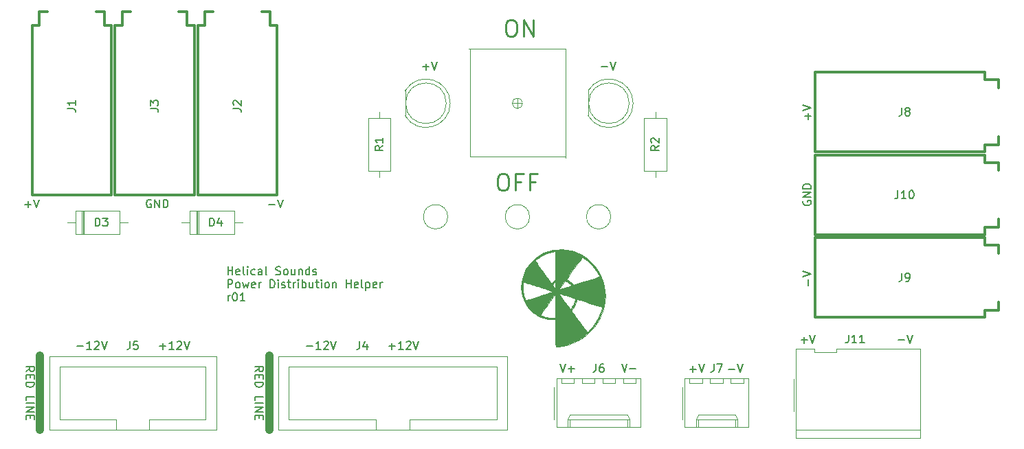
<source format=gto>
%TF.GenerationSoftware,KiCad,Pcbnew,8.0.6*%
%TF.CreationDate,2025-02-13T13:22:52+00:00*%
%TF.ProjectId,power-distribution-board,706f7765-722d-4646-9973-747269627574,r01*%
%TF.SameCoordinates,Original*%
%TF.FileFunction,Legend,Top*%
%TF.FilePolarity,Positive*%
%FSLAX46Y46*%
G04 Gerber Fmt 4.6, Leading zero omitted, Abs format (unit mm)*
G04 Created by KiCad (PCBNEW 8.0.6) date 2025-02-13 13:22:52*
%MOMM*%
%LPD*%
G01*
G04 APERTURE LIST*
%ADD10C,0.150000*%
%ADD11C,0.254000*%
%ADD12C,0.120000*%
%ADD13C,0.300000*%
%ADD14C,1.000000*%
%ADD15C,0.010000*%
G04 APERTURE END LIST*
D10*
X103336779Y-103149931D02*
X103336779Y-102149931D01*
X103336779Y-102626121D02*
X103908207Y-102626121D01*
X103908207Y-103149931D02*
X103908207Y-102149931D01*
X104765350Y-103102312D02*
X104670112Y-103149931D01*
X104670112Y-103149931D02*
X104479636Y-103149931D01*
X104479636Y-103149931D02*
X104384398Y-103102312D01*
X104384398Y-103102312D02*
X104336779Y-103007073D01*
X104336779Y-103007073D02*
X104336779Y-102626121D01*
X104336779Y-102626121D02*
X104384398Y-102530883D01*
X104384398Y-102530883D02*
X104479636Y-102483264D01*
X104479636Y-102483264D02*
X104670112Y-102483264D01*
X104670112Y-102483264D02*
X104765350Y-102530883D01*
X104765350Y-102530883D02*
X104812969Y-102626121D01*
X104812969Y-102626121D02*
X104812969Y-102721359D01*
X104812969Y-102721359D02*
X104336779Y-102816597D01*
X105384398Y-103149931D02*
X105289160Y-103102312D01*
X105289160Y-103102312D02*
X105241541Y-103007073D01*
X105241541Y-103007073D02*
X105241541Y-102149931D01*
X105765351Y-103149931D02*
X105765351Y-102483264D01*
X105765351Y-102149931D02*
X105717732Y-102197550D01*
X105717732Y-102197550D02*
X105765351Y-102245169D01*
X105765351Y-102245169D02*
X105812970Y-102197550D01*
X105812970Y-102197550D02*
X105765351Y-102149931D01*
X105765351Y-102149931D02*
X105765351Y-102245169D01*
X106670112Y-103102312D02*
X106574874Y-103149931D01*
X106574874Y-103149931D02*
X106384398Y-103149931D01*
X106384398Y-103149931D02*
X106289160Y-103102312D01*
X106289160Y-103102312D02*
X106241541Y-103054692D01*
X106241541Y-103054692D02*
X106193922Y-102959454D01*
X106193922Y-102959454D02*
X106193922Y-102673740D01*
X106193922Y-102673740D02*
X106241541Y-102578502D01*
X106241541Y-102578502D02*
X106289160Y-102530883D01*
X106289160Y-102530883D02*
X106384398Y-102483264D01*
X106384398Y-102483264D02*
X106574874Y-102483264D01*
X106574874Y-102483264D02*
X106670112Y-102530883D01*
X107527255Y-103149931D02*
X107527255Y-102626121D01*
X107527255Y-102626121D02*
X107479636Y-102530883D01*
X107479636Y-102530883D02*
X107384398Y-102483264D01*
X107384398Y-102483264D02*
X107193922Y-102483264D01*
X107193922Y-102483264D02*
X107098684Y-102530883D01*
X107527255Y-103102312D02*
X107432017Y-103149931D01*
X107432017Y-103149931D02*
X107193922Y-103149931D01*
X107193922Y-103149931D02*
X107098684Y-103102312D01*
X107098684Y-103102312D02*
X107051065Y-103007073D01*
X107051065Y-103007073D02*
X107051065Y-102911835D01*
X107051065Y-102911835D02*
X107098684Y-102816597D01*
X107098684Y-102816597D02*
X107193922Y-102768978D01*
X107193922Y-102768978D02*
X107432017Y-102768978D01*
X107432017Y-102768978D02*
X107527255Y-102721359D01*
X108146303Y-103149931D02*
X108051065Y-103102312D01*
X108051065Y-103102312D02*
X108003446Y-103007073D01*
X108003446Y-103007073D02*
X108003446Y-102149931D01*
X109241542Y-103102312D02*
X109384399Y-103149931D01*
X109384399Y-103149931D02*
X109622494Y-103149931D01*
X109622494Y-103149931D02*
X109717732Y-103102312D01*
X109717732Y-103102312D02*
X109765351Y-103054692D01*
X109765351Y-103054692D02*
X109812970Y-102959454D01*
X109812970Y-102959454D02*
X109812970Y-102864216D01*
X109812970Y-102864216D02*
X109765351Y-102768978D01*
X109765351Y-102768978D02*
X109717732Y-102721359D01*
X109717732Y-102721359D02*
X109622494Y-102673740D01*
X109622494Y-102673740D02*
X109432018Y-102626121D01*
X109432018Y-102626121D02*
X109336780Y-102578502D01*
X109336780Y-102578502D02*
X109289161Y-102530883D01*
X109289161Y-102530883D02*
X109241542Y-102435645D01*
X109241542Y-102435645D02*
X109241542Y-102340407D01*
X109241542Y-102340407D02*
X109289161Y-102245169D01*
X109289161Y-102245169D02*
X109336780Y-102197550D01*
X109336780Y-102197550D02*
X109432018Y-102149931D01*
X109432018Y-102149931D02*
X109670113Y-102149931D01*
X109670113Y-102149931D02*
X109812970Y-102197550D01*
X110384399Y-103149931D02*
X110289161Y-103102312D01*
X110289161Y-103102312D02*
X110241542Y-103054692D01*
X110241542Y-103054692D02*
X110193923Y-102959454D01*
X110193923Y-102959454D02*
X110193923Y-102673740D01*
X110193923Y-102673740D02*
X110241542Y-102578502D01*
X110241542Y-102578502D02*
X110289161Y-102530883D01*
X110289161Y-102530883D02*
X110384399Y-102483264D01*
X110384399Y-102483264D02*
X110527256Y-102483264D01*
X110527256Y-102483264D02*
X110622494Y-102530883D01*
X110622494Y-102530883D02*
X110670113Y-102578502D01*
X110670113Y-102578502D02*
X110717732Y-102673740D01*
X110717732Y-102673740D02*
X110717732Y-102959454D01*
X110717732Y-102959454D02*
X110670113Y-103054692D01*
X110670113Y-103054692D02*
X110622494Y-103102312D01*
X110622494Y-103102312D02*
X110527256Y-103149931D01*
X110527256Y-103149931D02*
X110384399Y-103149931D01*
X111574875Y-102483264D02*
X111574875Y-103149931D01*
X111146304Y-102483264D02*
X111146304Y-103007073D01*
X111146304Y-103007073D02*
X111193923Y-103102312D01*
X111193923Y-103102312D02*
X111289161Y-103149931D01*
X111289161Y-103149931D02*
X111432018Y-103149931D01*
X111432018Y-103149931D02*
X111527256Y-103102312D01*
X111527256Y-103102312D02*
X111574875Y-103054692D01*
X112051066Y-102483264D02*
X112051066Y-103149931D01*
X112051066Y-102578502D02*
X112098685Y-102530883D01*
X112098685Y-102530883D02*
X112193923Y-102483264D01*
X112193923Y-102483264D02*
X112336780Y-102483264D01*
X112336780Y-102483264D02*
X112432018Y-102530883D01*
X112432018Y-102530883D02*
X112479637Y-102626121D01*
X112479637Y-102626121D02*
X112479637Y-103149931D01*
X113384399Y-103149931D02*
X113384399Y-102149931D01*
X113384399Y-103102312D02*
X113289161Y-103149931D01*
X113289161Y-103149931D02*
X113098685Y-103149931D01*
X113098685Y-103149931D02*
X113003447Y-103102312D01*
X113003447Y-103102312D02*
X112955828Y-103054692D01*
X112955828Y-103054692D02*
X112908209Y-102959454D01*
X112908209Y-102959454D02*
X112908209Y-102673740D01*
X112908209Y-102673740D02*
X112955828Y-102578502D01*
X112955828Y-102578502D02*
X113003447Y-102530883D01*
X113003447Y-102530883D02*
X113098685Y-102483264D01*
X113098685Y-102483264D02*
X113289161Y-102483264D01*
X113289161Y-102483264D02*
X113384399Y-102530883D01*
X113812971Y-103102312D02*
X113908209Y-103149931D01*
X113908209Y-103149931D02*
X114098685Y-103149931D01*
X114098685Y-103149931D02*
X114193923Y-103102312D01*
X114193923Y-103102312D02*
X114241542Y-103007073D01*
X114241542Y-103007073D02*
X114241542Y-102959454D01*
X114241542Y-102959454D02*
X114193923Y-102864216D01*
X114193923Y-102864216D02*
X114098685Y-102816597D01*
X114098685Y-102816597D02*
X113955828Y-102816597D01*
X113955828Y-102816597D02*
X113860590Y-102768978D01*
X113860590Y-102768978D02*
X113812971Y-102673740D01*
X113812971Y-102673740D02*
X113812971Y-102626121D01*
X113812971Y-102626121D02*
X113860590Y-102530883D01*
X113860590Y-102530883D02*
X113955828Y-102483264D01*
X113955828Y-102483264D02*
X114098685Y-102483264D01*
X114098685Y-102483264D02*
X114193923Y-102530883D01*
X103336779Y-104759875D02*
X103336779Y-103759875D01*
X103336779Y-103759875D02*
X103717731Y-103759875D01*
X103717731Y-103759875D02*
X103812969Y-103807494D01*
X103812969Y-103807494D02*
X103860588Y-103855113D01*
X103860588Y-103855113D02*
X103908207Y-103950351D01*
X103908207Y-103950351D02*
X103908207Y-104093208D01*
X103908207Y-104093208D02*
X103860588Y-104188446D01*
X103860588Y-104188446D02*
X103812969Y-104236065D01*
X103812969Y-104236065D02*
X103717731Y-104283684D01*
X103717731Y-104283684D02*
X103336779Y-104283684D01*
X104479636Y-104759875D02*
X104384398Y-104712256D01*
X104384398Y-104712256D02*
X104336779Y-104664636D01*
X104336779Y-104664636D02*
X104289160Y-104569398D01*
X104289160Y-104569398D02*
X104289160Y-104283684D01*
X104289160Y-104283684D02*
X104336779Y-104188446D01*
X104336779Y-104188446D02*
X104384398Y-104140827D01*
X104384398Y-104140827D02*
X104479636Y-104093208D01*
X104479636Y-104093208D02*
X104622493Y-104093208D01*
X104622493Y-104093208D02*
X104717731Y-104140827D01*
X104717731Y-104140827D02*
X104765350Y-104188446D01*
X104765350Y-104188446D02*
X104812969Y-104283684D01*
X104812969Y-104283684D02*
X104812969Y-104569398D01*
X104812969Y-104569398D02*
X104765350Y-104664636D01*
X104765350Y-104664636D02*
X104717731Y-104712256D01*
X104717731Y-104712256D02*
X104622493Y-104759875D01*
X104622493Y-104759875D02*
X104479636Y-104759875D01*
X105146303Y-104093208D02*
X105336779Y-104759875D01*
X105336779Y-104759875D02*
X105527255Y-104283684D01*
X105527255Y-104283684D02*
X105717731Y-104759875D01*
X105717731Y-104759875D02*
X105908207Y-104093208D01*
X106670112Y-104712256D02*
X106574874Y-104759875D01*
X106574874Y-104759875D02*
X106384398Y-104759875D01*
X106384398Y-104759875D02*
X106289160Y-104712256D01*
X106289160Y-104712256D02*
X106241541Y-104617017D01*
X106241541Y-104617017D02*
X106241541Y-104236065D01*
X106241541Y-104236065D02*
X106289160Y-104140827D01*
X106289160Y-104140827D02*
X106384398Y-104093208D01*
X106384398Y-104093208D02*
X106574874Y-104093208D01*
X106574874Y-104093208D02*
X106670112Y-104140827D01*
X106670112Y-104140827D02*
X106717731Y-104236065D01*
X106717731Y-104236065D02*
X106717731Y-104331303D01*
X106717731Y-104331303D02*
X106241541Y-104426541D01*
X107146303Y-104759875D02*
X107146303Y-104093208D01*
X107146303Y-104283684D02*
X107193922Y-104188446D01*
X107193922Y-104188446D02*
X107241541Y-104140827D01*
X107241541Y-104140827D02*
X107336779Y-104093208D01*
X107336779Y-104093208D02*
X107432017Y-104093208D01*
X108527256Y-104759875D02*
X108527256Y-103759875D01*
X108527256Y-103759875D02*
X108765351Y-103759875D01*
X108765351Y-103759875D02*
X108908208Y-103807494D01*
X108908208Y-103807494D02*
X109003446Y-103902732D01*
X109003446Y-103902732D02*
X109051065Y-103997970D01*
X109051065Y-103997970D02*
X109098684Y-104188446D01*
X109098684Y-104188446D02*
X109098684Y-104331303D01*
X109098684Y-104331303D02*
X109051065Y-104521779D01*
X109051065Y-104521779D02*
X109003446Y-104617017D01*
X109003446Y-104617017D02*
X108908208Y-104712256D01*
X108908208Y-104712256D02*
X108765351Y-104759875D01*
X108765351Y-104759875D02*
X108527256Y-104759875D01*
X109527256Y-104759875D02*
X109527256Y-104093208D01*
X109527256Y-103759875D02*
X109479637Y-103807494D01*
X109479637Y-103807494D02*
X109527256Y-103855113D01*
X109527256Y-103855113D02*
X109574875Y-103807494D01*
X109574875Y-103807494D02*
X109527256Y-103759875D01*
X109527256Y-103759875D02*
X109527256Y-103855113D01*
X109955827Y-104712256D02*
X110051065Y-104759875D01*
X110051065Y-104759875D02*
X110241541Y-104759875D01*
X110241541Y-104759875D02*
X110336779Y-104712256D01*
X110336779Y-104712256D02*
X110384398Y-104617017D01*
X110384398Y-104617017D02*
X110384398Y-104569398D01*
X110384398Y-104569398D02*
X110336779Y-104474160D01*
X110336779Y-104474160D02*
X110241541Y-104426541D01*
X110241541Y-104426541D02*
X110098684Y-104426541D01*
X110098684Y-104426541D02*
X110003446Y-104378922D01*
X110003446Y-104378922D02*
X109955827Y-104283684D01*
X109955827Y-104283684D02*
X109955827Y-104236065D01*
X109955827Y-104236065D02*
X110003446Y-104140827D01*
X110003446Y-104140827D02*
X110098684Y-104093208D01*
X110098684Y-104093208D02*
X110241541Y-104093208D01*
X110241541Y-104093208D02*
X110336779Y-104140827D01*
X110670113Y-104093208D02*
X111051065Y-104093208D01*
X110812970Y-103759875D02*
X110812970Y-104617017D01*
X110812970Y-104617017D02*
X110860589Y-104712256D01*
X110860589Y-104712256D02*
X110955827Y-104759875D01*
X110955827Y-104759875D02*
X111051065Y-104759875D01*
X111384399Y-104759875D02*
X111384399Y-104093208D01*
X111384399Y-104283684D02*
X111432018Y-104188446D01*
X111432018Y-104188446D02*
X111479637Y-104140827D01*
X111479637Y-104140827D02*
X111574875Y-104093208D01*
X111574875Y-104093208D02*
X111670113Y-104093208D01*
X112003447Y-104759875D02*
X112003447Y-104093208D01*
X112003447Y-103759875D02*
X111955828Y-103807494D01*
X111955828Y-103807494D02*
X112003447Y-103855113D01*
X112003447Y-103855113D02*
X112051066Y-103807494D01*
X112051066Y-103807494D02*
X112003447Y-103759875D01*
X112003447Y-103759875D02*
X112003447Y-103855113D01*
X112479637Y-104759875D02*
X112479637Y-103759875D01*
X112479637Y-104140827D02*
X112574875Y-104093208D01*
X112574875Y-104093208D02*
X112765351Y-104093208D01*
X112765351Y-104093208D02*
X112860589Y-104140827D01*
X112860589Y-104140827D02*
X112908208Y-104188446D01*
X112908208Y-104188446D02*
X112955827Y-104283684D01*
X112955827Y-104283684D02*
X112955827Y-104569398D01*
X112955827Y-104569398D02*
X112908208Y-104664636D01*
X112908208Y-104664636D02*
X112860589Y-104712256D01*
X112860589Y-104712256D02*
X112765351Y-104759875D01*
X112765351Y-104759875D02*
X112574875Y-104759875D01*
X112574875Y-104759875D02*
X112479637Y-104712256D01*
X113812970Y-104093208D02*
X113812970Y-104759875D01*
X113384399Y-104093208D02*
X113384399Y-104617017D01*
X113384399Y-104617017D02*
X113432018Y-104712256D01*
X113432018Y-104712256D02*
X113527256Y-104759875D01*
X113527256Y-104759875D02*
X113670113Y-104759875D01*
X113670113Y-104759875D02*
X113765351Y-104712256D01*
X113765351Y-104712256D02*
X113812970Y-104664636D01*
X114146304Y-104093208D02*
X114527256Y-104093208D01*
X114289161Y-103759875D02*
X114289161Y-104617017D01*
X114289161Y-104617017D02*
X114336780Y-104712256D01*
X114336780Y-104712256D02*
X114432018Y-104759875D01*
X114432018Y-104759875D02*
X114527256Y-104759875D01*
X114860590Y-104759875D02*
X114860590Y-104093208D01*
X114860590Y-103759875D02*
X114812971Y-103807494D01*
X114812971Y-103807494D02*
X114860590Y-103855113D01*
X114860590Y-103855113D02*
X114908209Y-103807494D01*
X114908209Y-103807494D02*
X114860590Y-103759875D01*
X114860590Y-103759875D02*
X114860590Y-103855113D01*
X115479637Y-104759875D02*
X115384399Y-104712256D01*
X115384399Y-104712256D02*
X115336780Y-104664636D01*
X115336780Y-104664636D02*
X115289161Y-104569398D01*
X115289161Y-104569398D02*
X115289161Y-104283684D01*
X115289161Y-104283684D02*
X115336780Y-104188446D01*
X115336780Y-104188446D02*
X115384399Y-104140827D01*
X115384399Y-104140827D02*
X115479637Y-104093208D01*
X115479637Y-104093208D02*
X115622494Y-104093208D01*
X115622494Y-104093208D02*
X115717732Y-104140827D01*
X115717732Y-104140827D02*
X115765351Y-104188446D01*
X115765351Y-104188446D02*
X115812970Y-104283684D01*
X115812970Y-104283684D02*
X115812970Y-104569398D01*
X115812970Y-104569398D02*
X115765351Y-104664636D01*
X115765351Y-104664636D02*
X115717732Y-104712256D01*
X115717732Y-104712256D02*
X115622494Y-104759875D01*
X115622494Y-104759875D02*
X115479637Y-104759875D01*
X116241542Y-104093208D02*
X116241542Y-104759875D01*
X116241542Y-104188446D02*
X116289161Y-104140827D01*
X116289161Y-104140827D02*
X116384399Y-104093208D01*
X116384399Y-104093208D02*
X116527256Y-104093208D01*
X116527256Y-104093208D02*
X116622494Y-104140827D01*
X116622494Y-104140827D02*
X116670113Y-104236065D01*
X116670113Y-104236065D02*
X116670113Y-104759875D01*
X117908209Y-104759875D02*
X117908209Y-103759875D01*
X117908209Y-104236065D02*
X118479637Y-104236065D01*
X118479637Y-104759875D02*
X118479637Y-103759875D01*
X119336780Y-104712256D02*
X119241542Y-104759875D01*
X119241542Y-104759875D02*
X119051066Y-104759875D01*
X119051066Y-104759875D02*
X118955828Y-104712256D01*
X118955828Y-104712256D02*
X118908209Y-104617017D01*
X118908209Y-104617017D02*
X118908209Y-104236065D01*
X118908209Y-104236065D02*
X118955828Y-104140827D01*
X118955828Y-104140827D02*
X119051066Y-104093208D01*
X119051066Y-104093208D02*
X119241542Y-104093208D01*
X119241542Y-104093208D02*
X119336780Y-104140827D01*
X119336780Y-104140827D02*
X119384399Y-104236065D01*
X119384399Y-104236065D02*
X119384399Y-104331303D01*
X119384399Y-104331303D02*
X118908209Y-104426541D01*
X119955828Y-104759875D02*
X119860590Y-104712256D01*
X119860590Y-104712256D02*
X119812971Y-104617017D01*
X119812971Y-104617017D02*
X119812971Y-103759875D01*
X120336781Y-104093208D02*
X120336781Y-105093208D01*
X120336781Y-104140827D02*
X120432019Y-104093208D01*
X120432019Y-104093208D02*
X120622495Y-104093208D01*
X120622495Y-104093208D02*
X120717733Y-104140827D01*
X120717733Y-104140827D02*
X120765352Y-104188446D01*
X120765352Y-104188446D02*
X120812971Y-104283684D01*
X120812971Y-104283684D02*
X120812971Y-104569398D01*
X120812971Y-104569398D02*
X120765352Y-104664636D01*
X120765352Y-104664636D02*
X120717733Y-104712256D01*
X120717733Y-104712256D02*
X120622495Y-104759875D01*
X120622495Y-104759875D02*
X120432019Y-104759875D01*
X120432019Y-104759875D02*
X120336781Y-104712256D01*
X121622495Y-104712256D02*
X121527257Y-104759875D01*
X121527257Y-104759875D02*
X121336781Y-104759875D01*
X121336781Y-104759875D02*
X121241543Y-104712256D01*
X121241543Y-104712256D02*
X121193924Y-104617017D01*
X121193924Y-104617017D02*
X121193924Y-104236065D01*
X121193924Y-104236065D02*
X121241543Y-104140827D01*
X121241543Y-104140827D02*
X121336781Y-104093208D01*
X121336781Y-104093208D02*
X121527257Y-104093208D01*
X121527257Y-104093208D02*
X121622495Y-104140827D01*
X121622495Y-104140827D02*
X121670114Y-104236065D01*
X121670114Y-104236065D02*
X121670114Y-104331303D01*
X121670114Y-104331303D02*
X121193924Y-104426541D01*
X122098686Y-104759875D02*
X122098686Y-104093208D01*
X122098686Y-104283684D02*
X122146305Y-104188446D01*
X122146305Y-104188446D02*
X122193924Y-104140827D01*
X122193924Y-104140827D02*
X122289162Y-104093208D01*
X122289162Y-104093208D02*
X122384400Y-104093208D01*
X103336779Y-106369819D02*
X103336779Y-105703152D01*
X103336779Y-105893628D02*
X103384398Y-105798390D01*
X103384398Y-105798390D02*
X103432017Y-105750771D01*
X103432017Y-105750771D02*
X103527255Y-105703152D01*
X103527255Y-105703152D02*
X103622493Y-105703152D01*
X104146303Y-105369819D02*
X104241541Y-105369819D01*
X104241541Y-105369819D02*
X104336779Y-105417438D01*
X104336779Y-105417438D02*
X104384398Y-105465057D01*
X104384398Y-105465057D02*
X104432017Y-105560295D01*
X104432017Y-105560295D02*
X104479636Y-105750771D01*
X104479636Y-105750771D02*
X104479636Y-105988866D01*
X104479636Y-105988866D02*
X104432017Y-106179342D01*
X104432017Y-106179342D02*
X104384398Y-106274580D01*
X104384398Y-106274580D02*
X104336779Y-106322200D01*
X104336779Y-106322200D02*
X104241541Y-106369819D01*
X104241541Y-106369819D02*
X104146303Y-106369819D01*
X104146303Y-106369819D02*
X104051065Y-106322200D01*
X104051065Y-106322200D02*
X104003446Y-106274580D01*
X104003446Y-106274580D02*
X103955827Y-106179342D01*
X103955827Y-106179342D02*
X103908208Y-105988866D01*
X103908208Y-105988866D02*
X103908208Y-105750771D01*
X103908208Y-105750771D02*
X103955827Y-105560295D01*
X103955827Y-105560295D02*
X104003446Y-105465057D01*
X104003446Y-105465057D02*
X104051065Y-105417438D01*
X104051065Y-105417438D02*
X104146303Y-105369819D01*
X105432017Y-106369819D02*
X104860589Y-106369819D01*
X105146303Y-106369819D02*
X105146303Y-105369819D01*
X105146303Y-105369819D02*
X105051065Y-105512676D01*
X105051065Y-105512676D02*
X104955827Y-105607914D01*
X104955827Y-105607914D02*
X104860589Y-105655533D01*
X174788866Y-83963220D02*
X174788866Y-83201316D01*
X175169819Y-83582268D02*
X174407914Y-83582268D01*
X174169819Y-82867982D02*
X175169819Y-82534649D01*
X175169819Y-82534649D02*
X174169819Y-82201316D01*
X93860588Y-93917438D02*
X93765350Y-93869819D01*
X93765350Y-93869819D02*
X93622493Y-93869819D01*
X93622493Y-93869819D02*
X93479636Y-93917438D01*
X93479636Y-93917438D02*
X93384398Y-94012676D01*
X93384398Y-94012676D02*
X93336779Y-94107914D01*
X93336779Y-94107914D02*
X93289160Y-94298390D01*
X93289160Y-94298390D02*
X93289160Y-94441247D01*
X93289160Y-94441247D02*
X93336779Y-94631723D01*
X93336779Y-94631723D02*
X93384398Y-94726961D01*
X93384398Y-94726961D02*
X93479636Y-94822200D01*
X93479636Y-94822200D02*
X93622493Y-94869819D01*
X93622493Y-94869819D02*
X93717731Y-94869819D01*
X93717731Y-94869819D02*
X93860588Y-94822200D01*
X93860588Y-94822200D02*
X93908207Y-94774580D01*
X93908207Y-94774580D02*
X93908207Y-94441247D01*
X93908207Y-94441247D02*
X93717731Y-94441247D01*
X94336779Y-94869819D02*
X94336779Y-93869819D01*
X94336779Y-93869819D02*
X94908207Y-94869819D01*
X94908207Y-94869819D02*
X94908207Y-93869819D01*
X95384398Y-94869819D02*
X95384398Y-93869819D01*
X95384398Y-93869819D02*
X95622493Y-93869819D01*
X95622493Y-93869819D02*
X95765350Y-93917438D01*
X95765350Y-93917438D02*
X95860588Y-94012676D01*
X95860588Y-94012676D02*
X95908207Y-94107914D01*
X95908207Y-94107914D02*
X95955826Y-94298390D01*
X95955826Y-94298390D02*
X95955826Y-94441247D01*
X95955826Y-94441247D02*
X95908207Y-94631723D01*
X95908207Y-94631723D02*
X95860588Y-94726961D01*
X95860588Y-94726961D02*
X95765350Y-94822200D01*
X95765350Y-94822200D02*
X95622493Y-94869819D01*
X95622493Y-94869819D02*
X95384398Y-94869819D01*
X173936779Y-111188866D02*
X174698684Y-111188866D01*
X174317731Y-111569819D02*
X174317731Y-110807914D01*
X175032017Y-110569819D02*
X175365350Y-111569819D01*
X175365350Y-111569819D02*
X175698683Y-110569819D01*
D11*
X137037962Y-90706113D02*
X137425009Y-90706113D01*
X137425009Y-90706113D02*
X137618533Y-90802875D01*
X137618533Y-90802875D02*
X137812057Y-90996399D01*
X137812057Y-90996399D02*
X137908819Y-91383447D01*
X137908819Y-91383447D02*
X137908819Y-92060780D01*
X137908819Y-92060780D02*
X137812057Y-92447828D01*
X137812057Y-92447828D02*
X137618533Y-92641352D01*
X137618533Y-92641352D02*
X137425009Y-92738113D01*
X137425009Y-92738113D02*
X137037962Y-92738113D01*
X137037962Y-92738113D02*
X136844438Y-92641352D01*
X136844438Y-92641352D02*
X136650914Y-92447828D01*
X136650914Y-92447828D02*
X136554152Y-92060780D01*
X136554152Y-92060780D02*
X136554152Y-91383447D01*
X136554152Y-91383447D02*
X136650914Y-90996399D01*
X136650914Y-90996399D02*
X136844438Y-90802875D01*
X136844438Y-90802875D02*
X137037962Y-90706113D01*
X139457009Y-91673732D02*
X138779676Y-91673732D01*
X138779676Y-92738113D02*
X138779676Y-90706113D01*
X138779676Y-90706113D02*
X139747295Y-90706113D01*
X141198723Y-91673732D02*
X140521390Y-91673732D01*
X140521390Y-92738113D02*
X140521390Y-90706113D01*
X140521390Y-90706113D02*
X141489009Y-90706113D01*
D10*
X149336779Y-77488866D02*
X150098684Y-77488866D01*
X150432017Y-76869819D02*
X150765350Y-77869819D01*
X150765350Y-77869819D02*
X151098683Y-76869819D01*
X174217438Y-94039411D02*
X174169819Y-94134649D01*
X174169819Y-94134649D02*
X174169819Y-94277506D01*
X174169819Y-94277506D02*
X174217438Y-94420363D01*
X174217438Y-94420363D02*
X174312676Y-94515601D01*
X174312676Y-94515601D02*
X174407914Y-94563220D01*
X174407914Y-94563220D02*
X174598390Y-94610839D01*
X174598390Y-94610839D02*
X174741247Y-94610839D01*
X174741247Y-94610839D02*
X174931723Y-94563220D01*
X174931723Y-94563220D02*
X175026961Y-94515601D01*
X175026961Y-94515601D02*
X175122200Y-94420363D01*
X175122200Y-94420363D02*
X175169819Y-94277506D01*
X175169819Y-94277506D02*
X175169819Y-94182268D01*
X175169819Y-94182268D02*
X175122200Y-94039411D01*
X175122200Y-94039411D02*
X175074580Y-93991792D01*
X175074580Y-93991792D02*
X174741247Y-93991792D01*
X174741247Y-93991792D02*
X174741247Y-94182268D01*
X175169819Y-93563220D02*
X174169819Y-93563220D01*
X174169819Y-93563220D02*
X175169819Y-92991792D01*
X175169819Y-92991792D02*
X174169819Y-92991792D01*
X175169819Y-92515601D02*
X174169819Y-92515601D01*
X174169819Y-92515601D02*
X174169819Y-92277506D01*
X174169819Y-92277506D02*
X174217438Y-92134649D01*
X174217438Y-92134649D02*
X174312676Y-92039411D01*
X174312676Y-92039411D02*
X174407914Y-91991792D01*
X174407914Y-91991792D02*
X174598390Y-91944173D01*
X174598390Y-91944173D02*
X174741247Y-91944173D01*
X174741247Y-91944173D02*
X174931723Y-91991792D01*
X174931723Y-91991792D02*
X175026961Y-92039411D01*
X175026961Y-92039411D02*
X175122200Y-92134649D01*
X175122200Y-92134649D02*
X175169819Y-92277506D01*
X175169819Y-92277506D02*
X175169819Y-92515601D01*
X174788866Y-104463220D02*
X174788866Y-103701316D01*
X174169819Y-103367982D02*
X175169819Y-103034649D01*
X175169819Y-103034649D02*
X174169819Y-102701316D01*
D11*
X138037962Y-71706113D02*
X138425009Y-71706113D01*
X138425009Y-71706113D02*
X138618533Y-71802875D01*
X138618533Y-71802875D02*
X138812057Y-71996399D01*
X138812057Y-71996399D02*
X138908819Y-72383447D01*
X138908819Y-72383447D02*
X138908819Y-73060780D01*
X138908819Y-73060780D02*
X138812057Y-73447828D01*
X138812057Y-73447828D02*
X138618533Y-73641352D01*
X138618533Y-73641352D02*
X138425009Y-73738113D01*
X138425009Y-73738113D02*
X138037962Y-73738113D01*
X138037962Y-73738113D02*
X137844438Y-73641352D01*
X137844438Y-73641352D02*
X137650914Y-73447828D01*
X137650914Y-73447828D02*
X137554152Y-73060780D01*
X137554152Y-73060780D02*
X137554152Y-72383447D01*
X137554152Y-72383447D02*
X137650914Y-71996399D01*
X137650914Y-71996399D02*
X137844438Y-71802875D01*
X137844438Y-71802875D02*
X138037962Y-71706113D01*
X139779676Y-73738113D02*
X139779676Y-71706113D01*
X139779676Y-71706113D02*
X140940819Y-73738113D01*
X140940819Y-73738113D02*
X140940819Y-71706113D01*
D10*
X78336779Y-94488866D02*
X79098684Y-94488866D01*
X78717731Y-94869819D02*
X78717731Y-94107914D01*
X79432017Y-93869819D02*
X79765350Y-94869819D01*
X79765350Y-94869819D02*
X80098683Y-93869819D01*
X108336779Y-94488866D02*
X109098684Y-94488866D01*
X109432017Y-93869819D02*
X109765350Y-94869819D01*
X109765350Y-94869819D02*
X110098683Y-93869819D01*
X165036779Y-114788866D02*
X165798684Y-114788866D01*
X166132017Y-114169819D02*
X166465350Y-115169819D01*
X166465350Y-115169819D02*
X166798683Y-114169819D01*
X160236779Y-114788866D02*
X160998684Y-114788866D01*
X160617731Y-115169819D02*
X160617731Y-114407914D01*
X161332017Y-114169819D02*
X161665350Y-115169819D01*
X161665350Y-115169819D02*
X161998683Y-114169819D01*
X185936779Y-111188866D02*
X186698684Y-111188866D01*
X187032017Y-110569819D02*
X187365350Y-111569819D01*
X187365350Y-111569819D02*
X187698683Y-110569819D01*
X127336779Y-77488866D02*
X128098684Y-77488866D01*
X127717731Y-77869819D02*
X127717731Y-77107914D01*
X128432017Y-76869819D02*
X128765350Y-77869819D01*
X128765350Y-77869819D02*
X129098683Y-76869819D01*
X186346666Y-82554819D02*
X186346666Y-83269104D01*
X186346666Y-83269104D02*
X186299047Y-83411961D01*
X186299047Y-83411961D02*
X186203809Y-83507200D01*
X186203809Y-83507200D02*
X186060952Y-83554819D01*
X186060952Y-83554819D02*
X185965714Y-83554819D01*
X186965714Y-82983390D02*
X186870476Y-82935771D01*
X186870476Y-82935771D02*
X186822857Y-82888152D01*
X186822857Y-82888152D02*
X186775238Y-82792914D01*
X186775238Y-82792914D02*
X186775238Y-82745295D01*
X186775238Y-82745295D02*
X186822857Y-82650057D01*
X186822857Y-82650057D02*
X186870476Y-82602438D01*
X186870476Y-82602438D02*
X186965714Y-82554819D01*
X186965714Y-82554819D02*
X187156190Y-82554819D01*
X187156190Y-82554819D02*
X187251428Y-82602438D01*
X187251428Y-82602438D02*
X187299047Y-82650057D01*
X187299047Y-82650057D02*
X187346666Y-82745295D01*
X187346666Y-82745295D02*
X187346666Y-82792914D01*
X187346666Y-82792914D02*
X187299047Y-82888152D01*
X187299047Y-82888152D02*
X187251428Y-82935771D01*
X187251428Y-82935771D02*
X187156190Y-82983390D01*
X187156190Y-82983390D02*
X186965714Y-82983390D01*
X186965714Y-82983390D02*
X186870476Y-83031009D01*
X186870476Y-83031009D02*
X186822857Y-83078628D01*
X186822857Y-83078628D02*
X186775238Y-83173866D01*
X186775238Y-83173866D02*
X186775238Y-83364342D01*
X186775238Y-83364342D02*
X186822857Y-83459580D01*
X186822857Y-83459580D02*
X186870476Y-83507200D01*
X186870476Y-83507200D02*
X186965714Y-83554819D01*
X186965714Y-83554819D02*
X187156190Y-83554819D01*
X187156190Y-83554819D02*
X187251428Y-83507200D01*
X187251428Y-83507200D02*
X187299047Y-83459580D01*
X187299047Y-83459580D02*
X187346666Y-83364342D01*
X187346666Y-83364342D02*
X187346666Y-83173866D01*
X187346666Y-83173866D02*
X187299047Y-83078628D01*
X187299047Y-83078628D02*
X187251428Y-83031009D01*
X187251428Y-83031009D02*
X187156190Y-82983390D01*
X186346666Y-102954819D02*
X186346666Y-103669104D01*
X186346666Y-103669104D02*
X186299047Y-103811961D01*
X186299047Y-103811961D02*
X186203809Y-103907200D01*
X186203809Y-103907200D02*
X186060952Y-103954819D01*
X186060952Y-103954819D02*
X185965714Y-103954819D01*
X186870476Y-103954819D02*
X187060952Y-103954819D01*
X187060952Y-103954819D02*
X187156190Y-103907200D01*
X187156190Y-103907200D02*
X187203809Y-103859580D01*
X187203809Y-103859580D02*
X187299047Y-103716723D01*
X187299047Y-103716723D02*
X187346666Y-103526247D01*
X187346666Y-103526247D02*
X187346666Y-103145295D01*
X187346666Y-103145295D02*
X187299047Y-103050057D01*
X187299047Y-103050057D02*
X187251428Y-103002438D01*
X187251428Y-103002438D02*
X187156190Y-102954819D01*
X187156190Y-102954819D02*
X186965714Y-102954819D01*
X186965714Y-102954819D02*
X186870476Y-103002438D01*
X186870476Y-103002438D02*
X186822857Y-103050057D01*
X186822857Y-103050057D02*
X186775238Y-103145295D01*
X186775238Y-103145295D02*
X186775238Y-103383390D01*
X186775238Y-103383390D02*
X186822857Y-103478628D01*
X186822857Y-103478628D02*
X186870476Y-103526247D01*
X186870476Y-103526247D02*
X186965714Y-103573866D01*
X186965714Y-103573866D02*
X187156190Y-103573866D01*
X187156190Y-103573866D02*
X187251428Y-103526247D01*
X187251428Y-103526247D02*
X187299047Y-103478628D01*
X187299047Y-103478628D02*
X187346666Y-103383390D01*
X156454819Y-87246666D02*
X155978628Y-87579999D01*
X156454819Y-87818094D02*
X155454819Y-87818094D01*
X155454819Y-87818094D02*
X155454819Y-87437142D01*
X155454819Y-87437142D02*
X155502438Y-87341904D01*
X155502438Y-87341904D02*
X155550057Y-87294285D01*
X155550057Y-87294285D02*
X155645295Y-87246666D01*
X155645295Y-87246666D02*
X155788152Y-87246666D01*
X155788152Y-87246666D02*
X155883390Y-87294285D01*
X155883390Y-87294285D02*
X155931009Y-87341904D01*
X155931009Y-87341904D02*
X155978628Y-87437142D01*
X155978628Y-87437142D02*
X155978628Y-87818094D01*
X155550057Y-86865713D02*
X155502438Y-86818094D01*
X155502438Y-86818094D02*
X155454819Y-86722856D01*
X155454819Y-86722856D02*
X155454819Y-86484761D01*
X155454819Y-86484761D02*
X155502438Y-86389523D01*
X155502438Y-86389523D02*
X155550057Y-86341904D01*
X155550057Y-86341904D02*
X155645295Y-86294285D01*
X155645295Y-86294285D02*
X155740533Y-86294285D01*
X155740533Y-86294285D02*
X155883390Y-86341904D01*
X155883390Y-86341904D02*
X156454819Y-86913332D01*
X156454819Y-86913332D02*
X156454819Y-86294285D01*
X83554819Y-82653333D02*
X84269104Y-82653333D01*
X84269104Y-82653333D02*
X84411961Y-82700952D01*
X84411961Y-82700952D02*
X84507200Y-82796190D01*
X84507200Y-82796190D02*
X84554819Y-82939047D01*
X84554819Y-82939047D02*
X84554819Y-83034285D01*
X84554819Y-81653333D02*
X84554819Y-82224761D01*
X84554819Y-81939047D02*
X83554819Y-81939047D01*
X83554819Y-81939047D02*
X83697676Y-82034285D01*
X83697676Y-82034285D02*
X83792914Y-82129523D01*
X83792914Y-82129523D02*
X83840533Y-82224761D01*
X93759819Y-82653333D02*
X94474104Y-82653333D01*
X94474104Y-82653333D02*
X94616961Y-82700952D01*
X94616961Y-82700952D02*
X94712200Y-82796190D01*
X94712200Y-82796190D02*
X94759819Y-82939047D01*
X94759819Y-82939047D02*
X94759819Y-83034285D01*
X93759819Y-82272380D02*
X93759819Y-81653333D01*
X93759819Y-81653333D02*
X94140771Y-81986666D01*
X94140771Y-81986666D02*
X94140771Y-81843809D01*
X94140771Y-81843809D02*
X94188390Y-81748571D01*
X94188390Y-81748571D02*
X94236009Y-81700952D01*
X94236009Y-81700952D02*
X94331247Y-81653333D01*
X94331247Y-81653333D02*
X94569342Y-81653333D01*
X94569342Y-81653333D02*
X94664580Y-81700952D01*
X94664580Y-81700952D02*
X94712200Y-81748571D01*
X94712200Y-81748571D02*
X94759819Y-81843809D01*
X94759819Y-81843809D02*
X94759819Y-82129523D01*
X94759819Y-82129523D02*
X94712200Y-82224761D01*
X94712200Y-82224761D02*
X94664580Y-82272380D01*
X91266666Y-111354819D02*
X91266666Y-112069104D01*
X91266666Y-112069104D02*
X91219047Y-112211961D01*
X91219047Y-112211961D02*
X91123809Y-112307200D01*
X91123809Y-112307200D02*
X90980952Y-112354819D01*
X90980952Y-112354819D02*
X90885714Y-112354819D01*
X92219047Y-111354819D02*
X91742857Y-111354819D01*
X91742857Y-111354819D02*
X91695238Y-111831009D01*
X91695238Y-111831009D02*
X91742857Y-111783390D01*
X91742857Y-111783390D02*
X91838095Y-111735771D01*
X91838095Y-111735771D02*
X92076190Y-111735771D01*
X92076190Y-111735771D02*
X92171428Y-111783390D01*
X92171428Y-111783390D02*
X92219047Y-111831009D01*
X92219047Y-111831009D02*
X92266666Y-111926247D01*
X92266666Y-111926247D02*
X92266666Y-112164342D01*
X92266666Y-112164342D02*
X92219047Y-112259580D01*
X92219047Y-112259580D02*
X92171428Y-112307200D01*
X92171428Y-112307200D02*
X92076190Y-112354819D01*
X92076190Y-112354819D02*
X91838095Y-112354819D01*
X91838095Y-112354819D02*
X91742857Y-112307200D01*
X91742857Y-112307200D02*
X91695238Y-112259580D01*
X78457680Y-115087142D02*
X78933871Y-114753809D01*
X78457680Y-114515714D02*
X79457680Y-114515714D01*
X79457680Y-114515714D02*
X79457680Y-114896666D01*
X79457680Y-114896666D02*
X79410061Y-114991904D01*
X79410061Y-114991904D02*
X79362442Y-115039523D01*
X79362442Y-115039523D02*
X79267204Y-115087142D01*
X79267204Y-115087142D02*
X79124347Y-115087142D01*
X79124347Y-115087142D02*
X79029109Y-115039523D01*
X79029109Y-115039523D02*
X78981490Y-114991904D01*
X78981490Y-114991904D02*
X78933871Y-114896666D01*
X78933871Y-114896666D02*
X78933871Y-114515714D01*
X78981490Y-115515714D02*
X78981490Y-115849047D01*
X78457680Y-115991904D02*
X78457680Y-115515714D01*
X78457680Y-115515714D02*
X79457680Y-115515714D01*
X79457680Y-115515714D02*
X79457680Y-115991904D01*
X78457680Y-116420476D02*
X79457680Y-116420476D01*
X79457680Y-116420476D02*
X79457680Y-116658571D01*
X79457680Y-116658571D02*
X79410061Y-116801428D01*
X79410061Y-116801428D02*
X79314823Y-116896666D01*
X79314823Y-116896666D02*
X79219585Y-116944285D01*
X79219585Y-116944285D02*
X79029109Y-116991904D01*
X79029109Y-116991904D02*
X78886252Y-116991904D01*
X78886252Y-116991904D02*
X78695776Y-116944285D01*
X78695776Y-116944285D02*
X78600538Y-116896666D01*
X78600538Y-116896666D02*
X78505300Y-116801428D01*
X78505300Y-116801428D02*
X78457680Y-116658571D01*
X78457680Y-116658571D02*
X78457680Y-116420476D01*
X78457680Y-118658571D02*
X78457680Y-118182381D01*
X78457680Y-118182381D02*
X79457680Y-118182381D01*
X78457680Y-118991905D02*
X79457680Y-118991905D01*
X78457680Y-119468095D02*
X79457680Y-119468095D01*
X79457680Y-119468095D02*
X78457680Y-120039523D01*
X78457680Y-120039523D02*
X79457680Y-120039523D01*
X78981490Y-120515714D02*
X78981490Y-120849047D01*
X78457680Y-120991904D02*
X78457680Y-120515714D01*
X78457680Y-120515714D02*
X79457680Y-120515714D01*
X79457680Y-120515714D02*
X79457680Y-120991904D01*
X94930595Y-111973866D02*
X95692500Y-111973866D01*
X95311547Y-112354819D02*
X95311547Y-111592914D01*
X96692499Y-112354819D02*
X96121071Y-112354819D01*
X96406785Y-112354819D02*
X96406785Y-111354819D01*
X96406785Y-111354819D02*
X96311547Y-111497676D01*
X96311547Y-111497676D02*
X96216309Y-111592914D01*
X96216309Y-111592914D02*
X96121071Y-111640533D01*
X97073452Y-111450057D02*
X97121071Y-111402438D01*
X97121071Y-111402438D02*
X97216309Y-111354819D01*
X97216309Y-111354819D02*
X97454404Y-111354819D01*
X97454404Y-111354819D02*
X97549642Y-111402438D01*
X97549642Y-111402438D02*
X97597261Y-111450057D01*
X97597261Y-111450057D02*
X97644880Y-111545295D01*
X97644880Y-111545295D02*
X97644880Y-111640533D01*
X97644880Y-111640533D02*
X97597261Y-111783390D01*
X97597261Y-111783390D02*
X97025833Y-112354819D01*
X97025833Y-112354819D02*
X97644880Y-112354819D01*
X97930595Y-111354819D02*
X98263928Y-112354819D01*
X98263928Y-112354819D02*
X98597261Y-111354819D01*
X84770595Y-111973866D02*
X85532500Y-111973866D01*
X86532499Y-112354819D02*
X85961071Y-112354819D01*
X86246785Y-112354819D02*
X86246785Y-111354819D01*
X86246785Y-111354819D02*
X86151547Y-111497676D01*
X86151547Y-111497676D02*
X86056309Y-111592914D01*
X86056309Y-111592914D02*
X85961071Y-111640533D01*
X86913452Y-111450057D02*
X86961071Y-111402438D01*
X86961071Y-111402438D02*
X87056309Y-111354819D01*
X87056309Y-111354819D02*
X87294404Y-111354819D01*
X87294404Y-111354819D02*
X87389642Y-111402438D01*
X87389642Y-111402438D02*
X87437261Y-111450057D01*
X87437261Y-111450057D02*
X87484880Y-111545295D01*
X87484880Y-111545295D02*
X87484880Y-111640533D01*
X87484880Y-111640533D02*
X87437261Y-111783390D01*
X87437261Y-111783390D02*
X86865833Y-112354819D01*
X86865833Y-112354819D02*
X87484880Y-112354819D01*
X87770595Y-111354819D02*
X88103928Y-112354819D01*
X88103928Y-112354819D02*
X88437261Y-111354819D01*
X101078705Y-97154819D02*
X101078705Y-96154819D01*
X101078705Y-96154819D02*
X101316800Y-96154819D01*
X101316800Y-96154819D02*
X101459657Y-96202438D01*
X101459657Y-96202438D02*
X101554895Y-96297676D01*
X101554895Y-96297676D02*
X101602514Y-96392914D01*
X101602514Y-96392914D02*
X101650133Y-96583390D01*
X101650133Y-96583390D02*
X101650133Y-96726247D01*
X101650133Y-96726247D02*
X101602514Y-96916723D01*
X101602514Y-96916723D02*
X101554895Y-97011961D01*
X101554895Y-97011961D02*
X101459657Y-97107200D01*
X101459657Y-97107200D02*
X101316800Y-97154819D01*
X101316800Y-97154819D02*
X101078705Y-97154819D01*
X102507276Y-96488152D02*
X102507276Y-97154819D01*
X102269181Y-96107200D02*
X102031086Y-96821485D01*
X102031086Y-96821485D02*
X102650133Y-96821485D01*
X163206666Y-114154819D02*
X163206666Y-114869104D01*
X163206666Y-114869104D02*
X163159047Y-115011961D01*
X163159047Y-115011961D02*
X163063809Y-115107200D01*
X163063809Y-115107200D02*
X162920952Y-115154819D01*
X162920952Y-115154819D02*
X162825714Y-115154819D01*
X163587619Y-114154819D02*
X164254285Y-114154819D01*
X164254285Y-114154819D02*
X163825714Y-115154819D01*
X148666666Y-114154819D02*
X148666666Y-114869104D01*
X148666666Y-114869104D02*
X148619047Y-115011961D01*
X148619047Y-115011961D02*
X148523809Y-115107200D01*
X148523809Y-115107200D02*
X148380952Y-115154819D01*
X148380952Y-115154819D02*
X148285714Y-115154819D01*
X149571428Y-114154819D02*
X149380952Y-114154819D01*
X149380952Y-114154819D02*
X149285714Y-114202438D01*
X149285714Y-114202438D02*
X149238095Y-114250057D01*
X149238095Y-114250057D02*
X149142857Y-114392914D01*
X149142857Y-114392914D02*
X149095238Y-114583390D01*
X149095238Y-114583390D02*
X149095238Y-114964342D01*
X149095238Y-114964342D02*
X149142857Y-115059580D01*
X149142857Y-115059580D02*
X149190476Y-115107200D01*
X149190476Y-115107200D02*
X149285714Y-115154819D01*
X149285714Y-115154819D02*
X149476190Y-115154819D01*
X149476190Y-115154819D02*
X149571428Y-115107200D01*
X149571428Y-115107200D02*
X149619047Y-115059580D01*
X149619047Y-115059580D02*
X149666666Y-114964342D01*
X149666666Y-114964342D02*
X149666666Y-114726247D01*
X149666666Y-114726247D02*
X149619047Y-114631009D01*
X149619047Y-114631009D02*
X149571428Y-114583390D01*
X149571428Y-114583390D02*
X149476190Y-114535771D01*
X149476190Y-114535771D02*
X149285714Y-114535771D01*
X149285714Y-114535771D02*
X149190476Y-114583390D01*
X149190476Y-114583390D02*
X149142857Y-114631009D01*
X149142857Y-114631009D02*
X149095238Y-114726247D01*
X151847619Y-114154819D02*
X152180952Y-115154819D01*
X152180952Y-115154819D02*
X152514285Y-114154819D01*
X152847619Y-114773866D02*
X153609524Y-114773866D01*
X144247619Y-114154819D02*
X144580952Y-115154819D01*
X144580952Y-115154819D02*
X144914285Y-114154819D01*
X145247619Y-114773866D02*
X146009524Y-114773866D01*
X145628571Y-115154819D02*
X145628571Y-114392914D01*
X86998705Y-97154819D02*
X86998705Y-96154819D01*
X86998705Y-96154819D02*
X87236800Y-96154819D01*
X87236800Y-96154819D02*
X87379657Y-96202438D01*
X87379657Y-96202438D02*
X87474895Y-96297676D01*
X87474895Y-96297676D02*
X87522514Y-96392914D01*
X87522514Y-96392914D02*
X87570133Y-96583390D01*
X87570133Y-96583390D02*
X87570133Y-96726247D01*
X87570133Y-96726247D02*
X87522514Y-96916723D01*
X87522514Y-96916723D02*
X87474895Y-97011961D01*
X87474895Y-97011961D02*
X87379657Y-97107200D01*
X87379657Y-97107200D02*
X87236800Y-97154819D01*
X87236800Y-97154819D02*
X86998705Y-97154819D01*
X87903467Y-96154819D02*
X88522514Y-96154819D01*
X88522514Y-96154819D02*
X88189181Y-96535771D01*
X88189181Y-96535771D02*
X88332038Y-96535771D01*
X88332038Y-96535771D02*
X88427276Y-96583390D01*
X88427276Y-96583390D02*
X88474895Y-96631009D01*
X88474895Y-96631009D02*
X88522514Y-96726247D01*
X88522514Y-96726247D02*
X88522514Y-96964342D01*
X88522514Y-96964342D02*
X88474895Y-97059580D01*
X88474895Y-97059580D02*
X88427276Y-97107200D01*
X88427276Y-97107200D02*
X88332038Y-97154819D01*
X88332038Y-97154819D02*
X88046324Y-97154819D01*
X88046324Y-97154819D02*
X87951086Y-97107200D01*
X87951086Y-97107200D02*
X87903467Y-97059580D01*
X122454819Y-87246666D02*
X121978628Y-87579999D01*
X122454819Y-87818094D02*
X121454819Y-87818094D01*
X121454819Y-87818094D02*
X121454819Y-87437142D01*
X121454819Y-87437142D02*
X121502438Y-87341904D01*
X121502438Y-87341904D02*
X121550057Y-87294285D01*
X121550057Y-87294285D02*
X121645295Y-87246666D01*
X121645295Y-87246666D02*
X121788152Y-87246666D01*
X121788152Y-87246666D02*
X121883390Y-87294285D01*
X121883390Y-87294285D02*
X121931009Y-87341904D01*
X121931009Y-87341904D02*
X121978628Y-87437142D01*
X121978628Y-87437142D02*
X121978628Y-87818094D01*
X122454819Y-86294285D02*
X122454819Y-86865713D01*
X122454819Y-86579999D02*
X121454819Y-86579999D01*
X121454819Y-86579999D02*
X121597676Y-86675237D01*
X121597676Y-86675237D02*
X121692914Y-86770475D01*
X121692914Y-86770475D02*
X121740533Y-86865713D01*
X179790476Y-110554819D02*
X179790476Y-111269104D01*
X179790476Y-111269104D02*
X179742857Y-111411961D01*
X179742857Y-111411961D02*
X179647619Y-111507200D01*
X179647619Y-111507200D02*
X179504762Y-111554819D01*
X179504762Y-111554819D02*
X179409524Y-111554819D01*
X180790476Y-111554819D02*
X180219048Y-111554819D01*
X180504762Y-111554819D02*
X180504762Y-110554819D01*
X180504762Y-110554819D02*
X180409524Y-110697676D01*
X180409524Y-110697676D02*
X180314286Y-110792914D01*
X180314286Y-110792914D02*
X180219048Y-110840533D01*
X181742857Y-111554819D02*
X181171429Y-111554819D01*
X181457143Y-111554819D02*
X181457143Y-110554819D01*
X181457143Y-110554819D02*
X181361905Y-110697676D01*
X181361905Y-110697676D02*
X181266667Y-110792914D01*
X181266667Y-110792914D02*
X181171429Y-110840533D01*
X119566666Y-111354819D02*
X119566666Y-112069104D01*
X119566666Y-112069104D02*
X119519047Y-112211961D01*
X119519047Y-112211961D02*
X119423809Y-112307200D01*
X119423809Y-112307200D02*
X119280952Y-112354819D01*
X119280952Y-112354819D02*
X119185714Y-112354819D01*
X120471428Y-111688152D02*
X120471428Y-112354819D01*
X120233333Y-111307200D02*
X119995238Y-112021485D01*
X119995238Y-112021485D02*
X120614285Y-112021485D01*
X112998095Y-111973866D02*
X113760000Y-111973866D01*
X114759999Y-112354819D02*
X114188571Y-112354819D01*
X114474285Y-112354819D02*
X114474285Y-111354819D01*
X114474285Y-111354819D02*
X114379047Y-111497676D01*
X114379047Y-111497676D02*
X114283809Y-111592914D01*
X114283809Y-111592914D02*
X114188571Y-111640533D01*
X115140952Y-111450057D02*
X115188571Y-111402438D01*
X115188571Y-111402438D02*
X115283809Y-111354819D01*
X115283809Y-111354819D02*
X115521904Y-111354819D01*
X115521904Y-111354819D02*
X115617142Y-111402438D01*
X115617142Y-111402438D02*
X115664761Y-111450057D01*
X115664761Y-111450057D02*
X115712380Y-111545295D01*
X115712380Y-111545295D02*
X115712380Y-111640533D01*
X115712380Y-111640533D02*
X115664761Y-111783390D01*
X115664761Y-111783390D02*
X115093333Y-112354819D01*
X115093333Y-112354819D02*
X115712380Y-112354819D01*
X115998095Y-111354819D02*
X116331428Y-112354819D01*
X116331428Y-112354819D02*
X116664761Y-111354819D01*
X106685180Y-115087142D02*
X107161371Y-114753809D01*
X106685180Y-114515714D02*
X107685180Y-114515714D01*
X107685180Y-114515714D02*
X107685180Y-114896666D01*
X107685180Y-114896666D02*
X107637561Y-114991904D01*
X107637561Y-114991904D02*
X107589942Y-115039523D01*
X107589942Y-115039523D02*
X107494704Y-115087142D01*
X107494704Y-115087142D02*
X107351847Y-115087142D01*
X107351847Y-115087142D02*
X107256609Y-115039523D01*
X107256609Y-115039523D02*
X107208990Y-114991904D01*
X107208990Y-114991904D02*
X107161371Y-114896666D01*
X107161371Y-114896666D02*
X107161371Y-114515714D01*
X107208990Y-115515714D02*
X107208990Y-115849047D01*
X106685180Y-115991904D02*
X106685180Y-115515714D01*
X106685180Y-115515714D02*
X107685180Y-115515714D01*
X107685180Y-115515714D02*
X107685180Y-115991904D01*
X106685180Y-116420476D02*
X107685180Y-116420476D01*
X107685180Y-116420476D02*
X107685180Y-116658571D01*
X107685180Y-116658571D02*
X107637561Y-116801428D01*
X107637561Y-116801428D02*
X107542323Y-116896666D01*
X107542323Y-116896666D02*
X107447085Y-116944285D01*
X107447085Y-116944285D02*
X107256609Y-116991904D01*
X107256609Y-116991904D02*
X107113752Y-116991904D01*
X107113752Y-116991904D02*
X106923276Y-116944285D01*
X106923276Y-116944285D02*
X106828038Y-116896666D01*
X106828038Y-116896666D02*
X106732800Y-116801428D01*
X106732800Y-116801428D02*
X106685180Y-116658571D01*
X106685180Y-116658571D02*
X106685180Y-116420476D01*
X106685180Y-118658571D02*
X106685180Y-118182381D01*
X106685180Y-118182381D02*
X107685180Y-118182381D01*
X106685180Y-118991905D02*
X107685180Y-118991905D01*
X106685180Y-119468095D02*
X107685180Y-119468095D01*
X107685180Y-119468095D02*
X106685180Y-120039523D01*
X106685180Y-120039523D02*
X107685180Y-120039523D01*
X107208990Y-120515714D02*
X107208990Y-120849047D01*
X106685180Y-120991904D02*
X106685180Y-120515714D01*
X106685180Y-120515714D02*
X107685180Y-120515714D01*
X107685180Y-120515714D02*
X107685180Y-120991904D01*
X123158095Y-111973866D02*
X123920000Y-111973866D01*
X123539047Y-112354819D02*
X123539047Y-111592914D01*
X124919999Y-112354819D02*
X124348571Y-112354819D01*
X124634285Y-112354819D02*
X124634285Y-111354819D01*
X124634285Y-111354819D02*
X124539047Y-111497676D01*
X124539047Y-111497676D02*
X124443809Y-111592914D01*
X124443809Y-111592914D02*
X124348571Y-111640533D01*
X125300952Y-111450057D02*
X125348571Y-111402438D01*
X125348571Y-111402438D02*
X125443809Y-111354819D01*
X125443809Y-111354819D02*
X125681904Y-111354819D01*
X125681904Y-111354819D02*
X125777142Y-111402438D01*
X125777142Y-111402438D02*
X125824761Y-111450057D01*
X125824761Y-111450057D02*
X125872380Y-111545295D01*
X125872380Y-111545295D02*
X125872380Y-111640533D01*
X125872380Y-111640533D02*
X125824761Y-111783390D01*
X125824761Y-111783390D02*
X125253333Y-112354819D01*
X125253333Y-112354819D02*
X125872380Y-112354819D01*
X126158095Y-111354819D02*
X126491428Y-112354819D01*
X126491428Y-112354819D02*
X126824761Y-111354819D01*
X185870476Y-92759819D02*
X185870476Y-93474104D01*
X185870476Y-93474104D02*
X185822857Y-93616961D01*
X185822857Y-93616961D02*
X185727619Y-93712200D01*
X185727619Y-93712200D02*
X185584762Y-93759819D01*
X185584762Y-93759819D02*
X185489524Y-93759819D01*
X186870476Y-93759819D02*
X186299048Y-93759819D01*
X186584762Y-93759819D02*
X186584762Y-92759819D01*
X186584762Y-92759819D02*
X186489524Y-92902676D01*
X186489524Y-92902676D02*
X186394286Y-92997914D01*
X186394286Y-92997914D02*
X186299048Y-93045533D01*
X187489524Y-92759819D02*
X187584762Y-92759819D01*
X187584762Y-92759819D02*
X187680000Y-92807438D01*
X187680000Y-92807438D02*
X187727619Y-92855057D01*
X187727619Y-92855057D02*
X187775238Y-92950295D01*
X187775238Y-92950295D02*
X187822857Y-93140771D01*
X187822857Y-93140771D02*
X187822857Y-93378866D01*
X187822857Y-93378866D02*
X187775238Y-93569342D01*
X187775238Y-93569342D02*
X187727619Y-93664580D01*
X187727619Y-93664580D02*
X187680000Y-93712200D01*
X187680000Y-93712200D02*
X187584762Y-93759819D01*
X187584762Y-93759819D02*
X187489524Y-93759819D01*
X187489524Y-93759819D02*
X187394286Y-93712200D01*
X187394286Y-93712200D02*
X187346667Y-93664580D01*
X187346667Y-93664580D02*
X187299048Y-93569342D01*
X187299048Y-93569342D02*
X187251429Y-93378866D01*
X187251429Y-93378866D02*
X187251429Y-93140771D01*
X187251429Y-93140771D02*
X187299048Y-92950295D01*
X187299048Y-92950295D02*
X187346667Y-92855057D01*
X187346667Y-92855057D02*
X187394286Y-92807438D01*
X187394286Y-92807438D02*
X187489524Y-92759819D01*
X103954819Y-82653333D02*
X104669104Y-82653333D01*
X104669104Y-82653333D02*
X104811961Y-82700952D01*
X104811961Y-82700952D02*
X104907200Y-82796190D01*
X104907200Y-82796190D02*
X104954819Y-82939047D01*
X104954819Y-82939047D02*
X104954819Y-83034285D01*
X104050057Y-82224761D02*
X104002438Y-82177142D01*
X104002438Y-82177142D02*
X103954819Y-82081904D01*
X103954819Y-82081904D02*
X103954819Y-81843809D01*
X103954819Y-81843809D02*
X104002438Y-81748571D01*
X104002438Y-81748571D02*
X104050057Y-81700952D01*
X104050057Y-81700952D02*
X104145295Y-81653333D01*
X104145295Y-81653333D02*
X104240533Y-81653333D01*
X104240533Y-81653333D02*
X104383390Y-81700952D01*
X104383390Y-81700952D02*
X104954819Y-82272380D01*
X104954819Y-82272380D02*
X104954819Y-81653333D01*
D12*
%TO.C,D2*%
X147710000Y-80455000D02*
X147710000Y-83545000D01*
X147710000Y-80455170D02*
G75*
G02*
X153260000Y-82000462I2560000J-1544830D01*
G01*
X153260000Y-81999538D02*
G75*
G02*
X147710000Y-83544830I-2990000J-462D01*
G01*
X152770000Y-82000000D02*
G75*
G02*
X147770000Y-82000000I-2500000J0D01*
G01*
X147770000Y-82000000D02*
G75*
G02*
X152770000Y-82000000I2500000J0D01*
G01*
%TO.C,D1*%
X125170000Y-80455000D02*
X125170000Y-83545000D01*
X125170000Y-80455170D02*
G75*
G02*
X130720000Y-82000462I2560000J-1544830D01*
G01*
X130720000Y-81999538D02*
G75*
G02*
X125170000Y-83544830I-2990000J-462D01*
G01*
X130230000Y-82000000D02*
G75*
G02*
X125230000Y-82000000I-2500000J0D01*
G01*
X125230000Y-82000000D02*
G75*
G02*
X130230000Y-82000000I2500000J0D01*
G01*
D13*
%TO.C,J8*%
X175700000Y-78200000D02*
X196600000Y-78200000D01*
X175700000Y-88000000D02*
X175700000Y-78200000D01*
X196600000Y-78200000D02*
X196600000Y-79100000D01*
X196600000Y-79100000D02*
X198300000Y-79100000D01*
X196600000Y-87100000D02*
X196600000Y-88000000D01*
X196600000Y-88000000D02*
X175700000Y-88000000D01*
X198300000Y-79100000D02*
X198300000Y-80100000D01*
X198300000Y-86100000D02*
X198300000Y-87100000D01*
X198300000Y-87100000D02*
X196600000Y-87100000D01*
D12*
%TO.C,TP3*%
X140500000Y-96000000D02*
G75*
G02*
X137500000Y-96000000I-1500000J0D01*
G01*
X137500000Y-96000000D02*
G75*
G02*
X140500000Y-96000000I1500000J0D01*
G01*
D13*
%TO.C,J9*%
X175700000Y-98600000D02*
X196600000Y-98600000D01*
X175700000Y-108400000D02*
X175700000Y-98600000D01*
X196600000Y-98600000D02*
X196600000Y-99500000D01*
X196600000Y-99500000D02*
X198300000Y-99500000D01*
X196600000Y-107500000D02*
X196600000Y-108400000D01*
X196600000Y-108400000D02*
X175700000Y-108400000D01*
X198300000Y-99500000D02*
X198300000Y-100500000D01*
X198300000Y-106500000D02*
X198300000Y-107500000D01*
X198300000Y-107500000D02*
X196600000Y-107500000D01*
D12*
%TO.C,SW1*%
X133031000Y-75269000D02*
X144969000Y-75269000D01*
X133158000Y-88604000D02*
X133158000Y-75396000D01*
X138365000Y-82000000D02*
X139635000Y-82000000D01*
X139000000Y-81365000D02*
X139000000Y-82635000D01*
X144842000Y-88604000D02*
X133158000Y-88604000D01*
X144969000Y-75269000D02*
X144969000Y-88731000D01*
X139635000Y-82000000D02*
G75*
G02*
X138365000Y-82000000I-635000J0D01*
G01*
X138365000Y-82000000D02*
G75*
G02*
X139635000Y-82000000I635000J0D01*
G01*
%TO.C,R2*%
X154630000Y-83810000D02*
X154630000Y-90350000D01*
X154630000Y-90350000D02*
X157370000Y-90350000D01*
X156000000Y-83040000D02*
X156000000Y-83810000D01*
X156000000Y-91120000D02*
X156000000Y-90350000D01*
X157370000Y-83810000D02*
X154630000Y-83810000D01*
X157370000Y-90350000D02*
X157370000Y-83810000D01*
D13*
%TO.C,J1*%
X79200000Y-72400000D02*
X80100000Y-72400000D01*
X79200000Y-93300000D02*
X79200000Y-72400000D01*
X80100000Y-70700000D02*
X81100000Y-70700000D01*
X80100000Y-72400000D02*
X80100000Y-70700000D01*
X87100000Y-70700000D02*
X88100000Y-70700000D01*
X88100000Y-70700000D02*
X88100000Y-72400000D01*
X88100000Y-72400000D02*
X89000000Y-72400000D01*
X89000000Y-72400000D02*
X89000000Y-93300000D01*
X89000000Y-93300000D02*
X79200000Y-93300000D01*
D12*
%TO.C,TP1*%
X130413000Y-96000000D02*
G75*
G02*
X127413000Y-96000000I-1500000J0D01*
G01*
X127413000Y-96000000D02*
G75*
G02*
X130413000Y-96000000I1500000J0D01*
G01*
D13*
%TO.C,J3*%
X89405000Y-72400000D02*
X90305000Y-72400000D01*
X89405000Y-93300000D02*
X89405000Y-72400000D01*
X90305000Y-70700000D02*
X91305000Y-70700000D01*
X90305000Y-72400000D02*
X90305000Y-70700000D01*
X97305000Y-70700000D02*
X98305000Y-70700000D01*
X98305000Y-70700000D02*
X98305000Y-72400000D01*
X98305000Y-72400000D02*
X99205000Y-72400000D01*
X99205000Y-72400000D02*
X99205000Y-93300000D01*
X99205000Y-93300000D02*
X89405000Y-93300000D01*
D14*
%TO.C,J5*%
X80182500Y-122302000D02*
X80182500Y-113158000D01*
D12*
X81322500Y-113170000D02*
X101902500Y-113170000D01*
X81322500Y-122290000D02*
X81322500Y-113170000D01*
X82622500Y-114480000D02*
X100602500Y-114480000D01*
X82622500Y-120980000D02*
X82622500Y-114480000D01*
X89562500Y-120980000D02*
X82622500Y-120980000D01*
X89562500Y-122290000D02*
X89562500Y-120980000D01*
X93662500Y-120980000D02*
X93662500Y-120980000D01*
X93662500Y-120980000D02*
X93662500Y-122290000D01*
X100602500Y-114480000D02*
X100602500Y-120980000D01*
X100602500Y-120980000D02*
X93662500Y-120980000D01*
X101902500Y-113170000D02*
X101902500Y-122290000D01*
X101902500Y-122290000D02*
X81322500Y-122290000D01*
%TO.C,D4*%
X97645000Y-96700000D02*
X98665000Y-96700000D01*
X98665000Y-95230000D02*
X98665000Y-98170000D01*
X98665000Y-98170000D02*
X104105000Y-98170000D01*
X99445000Y-95230000D02*
X99445000Y-98170000D01*
X99565000Y-95230000D02*
X99565000Y-98170000D01*
X99685000Y-95230000D02*
X99685000Y-98170000D01*
X104105000Y-95230000D02*
X98665000Y-95230000D01*
X104105000Y-98170000D02*
X104105000Y-95230000D01*
X105125000Y-96700000D02*
X104105000Y-96700000D01*
%TO.C,J7*%
X159330000Y-116980000D02*
X159330000Y-120980000D01*
X159620000Y-115950000D02*
X159620000Y-121970000D01*
X159620000Y-121970000D02*
X167460000Y-121970000D01*
X160200000Y-115950000D02*
X160200000Y-116550000D01*
X160200000Y-116550000D02*
X161800000Y-116550000D01*
X161000000Y-120970000D02*
X161250000Y-120440000D01*
X161000000Y-120970000D02*
X166080000Y-120970000D01*
X161000000Y-121970000D02*
X161000000Y-120970000D01*
X161250000Y-120440000D02*
X165830000Y-120440000D01*
X161250000Y-121970000D02*
X161250000Y-120970000D01*
X161800000Y-116550000D02*
X161800000Y-115950000D01*
X162740000Y-115950000D02*
X162740000Y-116550000D01*
X162740000Y-116550000D02*
X164340000Y-116550000D01*
X164340000Y-116550000D02*
X164340000Y-115950000D01*
X165280000Y-115950000D02*
X165280000Y-116550000D01*
X165280000Y-116550000D02*
X166880000Y-116550000D01*
X165830000Y-120440000D02*
X166080000Y-120970000D01*
X165830000Y-121970000D02*
X165830000Y-120970000D01*
X166080000Y-120970000D02*
X166080000Y-121970000D01*
X166880000Y-116550000D02*
X166880000Y-115950000D01*
X167460000Y-115950000D02*
X159620000Y-115950000D01*
X167460000Y-121970000D02*
X167460000Y-115950000D01*
%TO.C,J6*%
X143520000Y-116980000D02*
X143520000Y-120980000D01*
X143810000Y-115950000D02*
X143810000Y-121970000D01*
X143810000Y-121970000D02*
X154190000Y-121970000D01*
X144390000Y-115950000D02*
X144390000Y-116550000D01*
X144390000Y-116550000D02*
X145990000Y-116550000D01*
X145190000Y-120970000D02*
X145440000Y-120440000D01*
X145190000Y-120970000D02*
X152810000Y-120970000D01*
X145190000Y-121970000D02*
X145190000Y-120970000D01*
X145440000Y-120440000D02*
X152560000Y-120440000D01*
X145440000Y-121970000D02*
X145440000Y-120970000D01*
X145990000Y-116550000D02*
X145990000Y-115950000D01*
X146930000Y-115950000D02*
X146930000Y-116550000D01*
X146930000Y-116550000D02*
X148530000Y-116550000D01*
X148530000Y-116550000D02*
X148530000Y-115950000D01*
X149470000Y-115950000D02*
X149470000Y-116550000D01*
X149470000Y-116550000D02*
X151070000Y-116550000D01*
X151070000Y-116550000D02*
X151070000Y-115950000D01*
X152010000Y-115950000D02*
X152010000Y-116550000D01*
X152010000Y-116550000D02*
X153610000Y-116550000D01*
X152560000Y-120440000D02*
X152810000Y-120970000D01*
X152560000Y-121970000D02*
X152560000Y-120970000D01*
X152810000Y-120970000D02*
X152810000Y-121970000D01*
X153610000Y-116550000D02*
X153610000Y-115950000D01*
X154190000Y-115950000D02*
X143810000Y-115950000D01*
X154190000Y-121970000D02*
X154190000Y-115950000D01*
%TO.C,D3*%
X83565000Y-96700000D02*
X84585000Y-96700000D01*
X84585000Y-95230000D02*
X84585000Y-98170000D01*
X84585000Y-98170000D02*
X90025000Y-98170000D01*
X85365000Y-95230000D02*
X85365000Y-98170000D01*
X85485000Y-95230000D02*
X85485000Y-98170000D01*
X85605000Y-95230000D02*
X85605000Y-98170000D01*
X90025000Y-95230000D02*
X84585000Y-95230000D01*
X90025000Y-98170000D02*
X90025000Y-95230000D01*
X91045000Y-96700000D02*
X90025000Y-96700000D01*
%TO.C,R1*%
X120630000Y-83810000D02*
X120630000Y-90350000D01*
X120630000Y-90350000D02*
X123370000Y-90350000D01*
X122000000Y-83040000D02*
X122000000Y-83810000D01*
X122000000Y-91120000D02*
X122000000Y-90350000D01*
X123370000Y-83810000D02*
X120630000Y-83810000D01*
X123370000Y-90350000D02*
X123370000Y-83810000D01*
D15*
%TO.C,G\u002A\u002A\u002A*%
X145032799Y-100082797D02*
X145602938Y-100196106D01*
X145950328Y-100297846D01*
X146511868Y-100518058D01*
X147043657Y-100796445D01*
X147541437Y-101128717D01*
X148000951Y-101510585D01*
X148417944Y-101937760D01*
X148788157Y-102405952D01*
X149107334Y-102910872D01*
X149371218Y-103448229D01*
X149547304Y-103922380D01*
X149705433Y-104527990D01*
X149797610Y-105142950D01*
X149824220Y-105762934D01*
X149785649Y-106383615D01*
X149682283Y-107000669D01*
X149514507Y-107609767D01*
X149282707Y-108206585D01*
X149138453Y-108507792D01*
X148807993Y-109082105D01*
X148426498Y-109614309D01*
X147997568Y-110101669D01*
X147524802Y-110541449D01*
X147011799Y-110930913D01*
X146462160Y-111267326D01*
X145879485Y-111547954D01*
X145267372Y-111770060D01*
X144635371Y-111929721D01*
X144397238Y-111974242D01*
X144180809Y-112008760D01*
X143995381Y-112032246D01*
X143850253Y-112043669D01*
X143754720Y-112041998D01*
X143720770Y-112031103D01*
X143715768Y-111993104D01*
X143711091Y-111893944D01*
X143706837Y-111740195D01*
X143703103Y-111538429D01*
X143699988Y-111295218D01*
X143697591Y-111017133D01*
X143696008Y-110710748D01*
X143695338Y-110382634D01*
X143695322Y-110326002D01*
X143695274Y-108646780D01*
X143212722Y-108642638D01*
X142841175Y-108625497D01*
X142508775Y-108577387D01*
X142191985Y-108492995D01*
X141867269Y-108367012D01*
X141747109Y-108311977D01*
X141393619Y-108117184D01*
X141832703Y-108117184D01*
X141863657Y-108149546D01*
X141948241Y-108192674D01*
X142074040Y-108242309D01*
X142228640Y-108294189D01*
X142399625Y-108344054D01*
X142574580Y-108387644D01*
X142691569Y-108411919D01*
X142804299Y-108427182D01*
X142950014Y-108438675D01*
X143113726Y-108446222D01*
X143280450Y-108449648D01*
X143435200Y-108448777D01*
X143562988Y-108443434D01*
X143648830Y-108433443D01*
X143676073Y-108423453D01*
X143680136Y-108386366D01*
X143683512Y-108288660D01*
X143686146Y-108137446D01*
X143687983Y-107939835D01*
X143688968Y-107702938D01*
X143688990Y-107626808D01*
X145684212Y-107626808D01*
X145718205Y-107677566D01*
X145785793Y-107773435D01*
X145882204Y-107907923D01*
X146002668Y-108074541D01*
X146142412Y-108266797D01*
X146296664Y-108478201D01*
X146460654Y-108702263D01*
X146629610Y-108932492D01*
X146798759Y-109162397D01*
X146963332Y-109385489D01*
X147118555Y-109595276D01*
X147259657Y-109785269D01*
X147381867Y-109948976D01*
X147480414Y-110079907D01*
X147550525Y-110171572D01*
X147587429Y-110217480D01*
X147591790Y-110221580D01*
X147623503Y-110198507D01*
X147690449Y-110136237D01*
X147781757Y-110045191D01*
X147854667Y-109969581D01*
X148286587Y-109470052D01*
X148661763Y-108941747D01*
X148977562Y-108389158D01*
X149231351Y-107816778D01*
X149384822Y-107358586D01*
X149443801Y-107154126D01*
X147889878Y-106650716D01*
X147579962Y-106550662D01*
X147290171Y-106457777D01*
X147026769Y-106374020D01*
X146796022Y-106301351D01*
X146604195Y-106241732D01*
X146457551Y-106197122D01*
X146362357Y-106169482D01*
X146324877Y-106160772D01*
X146324586Y-106160910D01*
X146311475Y-106198162D01*
X146287607Y-106283500D01*
X146257938Y-106399123D01*
X146255308Y-106409773D01*
X146154430Y-106720344D01*
X146005668Y-107040898D01*
X145819984Y-107347874D01*
X145816520Y-107352914D01*
X145733843Y-107482934D01*
X145688680Y-107576999D01*
X145684212Y-107626808D01*
X143688990Y-107626808D01*
X143689046Y-107433866D01*
X143688163Y-107139731D01*
X143687275Y-106974266D01*
X143678437Y-105545206D01*
X142755570Y-106814363D01*
X142567767Y-107073342D01*
X142392790Y-107315996D01*
X142234580Y-107536763D01*
X142097076Y-107730082D01*
X141984220Y-107890389D01*
X141899949Y-108012123D01*
X141848206Y-108089721D01*
X141832703Y-108117184D01*
X141393619Y-108117184D01*
X141289362Y-108059733D01*
X140878453Y-107761089D01*
X140516184Y-107420231D01*
X140204354Y-107041349D01*
X139944764Y-106628632D01*
X139739213Y-106186268D01*
X139589504Y-105718446D01*
X139497434Y-105229354D01*
X139464806Y-104723182D01*
X139469578Y-104636606D01*
X139666040Y-104636606D01*
X139670288Y-104839717D01*
X139682356Y-105043850D01*
X139702548Y-105237932D01*
X139715803Y-105327847D01*
X139753645Y-105525690D01*
X139800452Y-105722236D01*
X139852665Y-105906977D01*
X139906725Y-106069402D01*
X139959073Y-106199002D01*
X140006151Y-106285270D01*
X140044400Y-106317694D01*
X140050681Y-106316792D01*
X140089518Y-106303867D01*
X140186456Y-106272119D01*
X140335162Y-106223609D01*
X140529305Y-106160398D01*
X140762551Y-106084545D01*
X141028568Y-105998111D01*
X141321023Y-105903157D01*
X141633584Y-105801741D01*
X141680303Y-105786588D01*
X141994370Y-105684537D01*
X142288478Y-105588606D01*
X142556409Y-105500848D01*
X142791946Y-105423318D01*
X142797776Y-105421386D01*
X144076634Y-105421386D01*
X144789339Y-106399948D01*
X144954589Y-106625176D01*
X145108278Y-106831463D01*
X145245701Y-107012735D01*
X145362152Y-107162918D01*
X145452926Y-107275937D01*
X145513317Y-107345721D01*
X145538171Y-107366469D01*
X145573250Y-107334181D01*
X145633008Y-107259809D01*
X145705585Y-107158300D01*
X145718564Y-107139093D01*
X145823353Y-106961580D01*
X145921924Y-106756847D01*
X146005400Y-106546709D01*
X146064905Y-106352981D01*
X146088726Y-106229385D01*
X146107183Y-106072914D01*
X145434677Y-105856305D01*
X145205046Y-105782407D01*
X144971598Y-105707393D01*
X144751412Y-105636744D01*
X144561567Y-105575939D01*
X144419402Y-105530541D01*
X144076634Y-105421386D01*
X142797776Y-105421386D01*
X142988873Y-105358067D01*
X143140972Y-105307151D01*
X143242027Y-105272623D01*
X143285819Y-105256537D01*
X143287088Y-105255820D01*
X143292183Y-105235269D01*
X143267795Y-105208427D01*
X143210066Y-105173828D01*
X143115136Y-105130004D01*
X142979145Y-105075489D01*
X142798233Y-105008816D01*
X142729433Y-104984764D01*
X144101770Y-104984764D01*
X144132184Y-104978074D01*
X144216377Y-104953633D01*
X144343777Y-104914823D01*
X144503811Y-104865026D01*
X144685905Y-104807625D01*
X144879487Y-104746000D01*
X145073983Y-104683535D01*
X145258822Y-104623611D01*
X145423429Y-104569609D01*
X145557233Y-104524913D01*
X145649660Y-104492903D01*
X145690137Y-104476962D01*
X145690814Y-104476481D01*
X145682953Y-104443207D01*
X145629400Y-104382218D01*
X145541466Y-104302382D01*
X145430464Y-104212566D01*
X145307706Y-104121640D01*
X145184504Y-104038470D01*
X145072170Y-103971925D01*
X145006885Y-103940327D01*
X144887583Y-103890479D01*
X144494676Y-104431394D01*
X144374327Y-104597680D01*
X144268881Y-104744524D01*
X144184366Y-104863437D01*
X144126809Y-104945929D01*
X144102238Y-104983510D01*
X144101770Y-104984764D01*
X142729433Y-104984764D01*
X142568542Y-104928518D01*
X142286212Y-104833127D01*
X141947382Y-104721178D01*
X141548194Y-104591203D01*
X141482454Y-104569926D01*
X141157807Y-104465184D01*
X141003589Y-104415679D01*
X143347685Y-104415679D01*
X143512663Y-104643163D01*
X143589167Y-104747287D01*
X143649145Y-104826356D01*
X143682800Y-104867548D01*
X143686506Y-104870647D01*
X143689795Y-104838871D01*
X143692532Y-104751905D01*
X143694465Y-104622290D01*
X143695343Y-104462570D01*
X143695370Y-104428074D01*
X143695370Y-103985501D01*
X143599367Y-104053861D01*
X143524153Y-104126673D01*
X143448985Y-104228585D01*
X143425525Y-104268950D01*
X143347685Y-104415679D01*
X141003589Y-104415679D01*
X140852065Y-104367039D01*
X140571389Y-104277437D01*
X140321937Y-104198318D01*
X140109870Y-104131626D01*
X139941346Y-104079303D01*
X139822526Y-104043293D01*
X139759569Y-104025537D01*
X139751505Y-104023980D01*
X139721196Y-104055868D01*
X139697192Y-104144149D01*
X139679796Y-104277748D01*
X139669311Y-104445592D01*
X139666040Y-104636606D01*
X139469578Y-104636606D01*
X139493419Y-104204116D01*
X139585074Y-103676348D01*
X139649159Y-103430911D01*
X139819546Y-102957189D01*
X140050736Y-102494467D01*
X140335832Y-102051604D01*
X140667936Y-101637458D01*
X140880936Y-101421966D01*
X141189236Y-101421966D01*
X141208330Y-101452525D01*
X141262582Y-101531436D01*
X141347444Y-101652383D01*
X141458373Y-101809051D01*
X141590822Y-101995124D01*
X141740245Y-102204287D01*
X141902096Y-102430225D01*
X142071831Y-102666623D01*
X142244903Y-102907164D01*
X142416766Y-103145535D01*
X142582874Y-103375419D01*
X142738683Y-103590501D01*
X142879646Y-103784466D01*
X143001217Y-103950998D01*
X143098851Y-104083782D01*
X143168002Y-104176503D01*
X143204124Y-104222845D01*
X143208269Y-104226984D01*
X143227407Y-104201703D01*
X143271507Y-104137288D01*
X143299665Y-104095066D01*
X143380874Y-103995933D01*
X143487776Y-103894247D01*
X143541232Y-103852258D01*
X143695370Y-103741565D01*
X143695370Y-103713255D01*
X145016000Y-103713255D01*
X145239734Y-103838375D01*
X145373450Y-103924002D01*
X145524644Y-104037273D01*
X145664534Y-104156354D01*
X145688552Y-104178877D01*
X145790272Y-104273562D01*
X145874758Y-104347301D01*
X145929571Y-104389467D01*
X145941928Y-104395387D01*
X145978850Y-104385445D01*
X146073818Y-104356504D01*
X146220487Y-104310586D01*
X146412513Y-104249709D01*
X146643553Y-104175896D01*
X146907261Y-104091165D01*
X147197295Y-103997537D01*
X147507310Y-103897033D01*
X147529544Y-103889809D01*
X147840287Y-103788631D01*
X148131013Y-103693583D01*
X148395443Y-103606744D01*
X148627296Y-103530196D01*
X148820291Y-103466019D01*
X148968148Y-103416294D01*
X149064587Y-103383103D01*
X149103328Y-103368525D01*
X149103729Y-103368243D01*
X149098675Y-103329121D01*
X149062267Y-103243714D01*
X149000086Y-103122514D01*
X148917712Y-102976015D01*
X148820724Y-102814709D01*
X148750088Y-102703180D01*
X148514631Y-102369980D01*
X148246620Y-102042856D01*
X147966721Y-101746299D01*
X147849688Y-101635935D01*
X147714975Y-101518804D01*
X147567698Y-101398806D01*
X147418225Y-101283465D01*
X147276926Y-101180307D01*
X147154167Y-101096854D01*
X147060318Y-101040632D01*
X147005746Y-101019164D01*
X147000508Y-101019687D01*
X146974821Y-101048168D01*
X146913985Y-101125199D01*
X146822631Y-101244507D01*
X146705394Y-101399824D01*
X146566907Y-101584879D01*
X146411804Y-101793402D01*
X146244717Y-102019123D01*
X146070280Y-102255771D01*
X145893127Y-102497077D01*
X145717891Y-102736771D01*
X145549205Y-102968581D01*
X145391703Y-103186239D01*
X145250017Y-103383474D01*
X145151780Y-103521484D01*
X145016000Y-103713255D01*
X143695370Y-103713255D01*
X143695370Y-102003172D01*
X143694759Y-101561000D01*
X143692911Y-101185497D01*
X143689804Y-100875608D01*
X143685419Y-100630279D01*
X143679732Y-100448458D01*
X143672723Y-100329089D01*
X143664371Y-100271119D01*
X143660075Y-100264780D01*
X143611907Y-100271093D01*
X143516219Y-100287811D01*
X143391816Y-100311610D01*
X143363742Y-100317208D01*
X142867210Y-100446852D01*
X142378865Y-100631923D01*
X141918896Y-100864210D01*
X141722388Y-100984663D01*
X141544745Y-101105135D01*
X141394727Y-101216063D01*
X141280284Y-101310928D01*
X141209363Y-101383211D01*
X141189236Y-101421966D01*
X140880936Y-101421966D01*
X141040152Y-101260888D01*
X141445582Y-100930754D01*
X141754689Y-100726481D01*
X142257065Y-100464393D01*
X142784228Y-100263492D01*
X143330779Y-100124331D01*
X143891323Y-100047460D01*
X144460462Y-100033432D01*
X145032799Y-100082797D01*
G36*
X145032799Y-100082797D02*
G01*
X145602938Y-100196106D01*
X145950328Y-100297846D01*
X146511868Y-100518058D01*
X147043657Y-100796445D01*
X147541437Y-101128717D01*
X148000951Y-101510585D01*
X148417944Y-101937760D01*
X148788157Y-102405952D01*
X149107334Y-102910872D01*
X149371218Y-103448229D01*
X149547304Y-103922380D01*
X149705433Y-104527990D01*
X149797610Y-105142950D01*
X149824220Y-105762934D01*
X149785649Y-106383615D01*
X149682283Y-107000669D01*
X149514507Y-107609767D01*
X149282707Y-108206585D01*
X149138453Y-108507792D01*
X148807993Y-109082105D01*
X148426498Y-109614309D01*
X147997568Y-110101669D01*
X147524802Y-110541449D01*
X147011799Y-110930913D01*
X146462160Y-111267326D01*
X145879485Y-111547954D01*
X145267372Y-111770060D01*
X144635371Y-111929721D01*
X144397238Y-111974242D01*
X144180809Y-112008760D01*
X143995381Y-112032246D01*
X143850253Y-112043669D01*
X143754720Y-112041998D01*
X143720770Y-112031103D01*
X143715768Y-111993104D01*
X143711091Y-111893944D01*
X143706837Y-111740195D01*
X143703103Y-111538429D01*
X143699988Y-111295218D01*
X143697591Y-111017133D01*
X143696008Y-110710748D01*
X143695338Y-110382634D01*
X143695322Y-110326002D01*
X143695274Y-108646780D01*
X143212722Y-108642638D01*
X142841175Y-108625497D01*
X142508775Y-108577387D01*
X142191985Y-108492995D01*
X141867269Y-108367012D01*
X141747109Y-108311977D01*
X141393619Y-108117184D01*
X141832703Y-108117184D01*
X141863657Y-108149546D01*
X141948241Y-108192674D01*
X142074040Y-108242309D01*
X142228640Y-108294189D01*
X142399625Y-108344054D01*
X142574580Y-108387644D01*
X142691569Y-108411919D01*
X142804299Y-108427182D01*
X142950014Y-108438675D01*
X143113726Y-108446222D01*
X143280450Y-108449648D01*
X143435200Y-108448777D01*
X143562988Y-108443434D01*
X143648830Y-108433443D01*
X143676073Y-108423453D01*
X143680136Y-108386366D01*
X143683512Y-108288660D01*
X143686146Y-108137446D01*
X143687983Y-107939835D01*
X143688968Y-107702938D01*
X143688990Y-107626808D01*
X145684212Y-107626808D01*
X145718205Y-107677566D01*
X145785793Y-107773435D01*
X145882204Y-107907923D01*
X146002668Y-108074541D01*
X146142412Y-108266797D01*
X146296664Y-108478201D01*
X146460654Y-108702263D01*
X146629610Y-108932492D01*
X146798759Y-109162397D01*
X146963332Y-109385489D01*
X147118555Y-109595276D01*
X147259657Y-109785269D01*
X147381867Y-109948976D01*
X147480414Y-110079907D01*
X147550525Y-110171572D01*
X147587429Y-110217480D01*
X147591790Y-110221580D01*
X147623503Y-110198507D01*
X147690449Y-110136237D01*
X147781757Y-110045191D01*
X147854667Y-109969581D01*
X148286587Y-109470052D01*
X148661763Y-108941747D01*
X148977562Y-108389158D01*
X149231351Y-107816778D01*
X149384822Y-107358586D01*
X149443801Y-107154126D01*
X147889878Y-106650716D01*
X147579962Y-106550662D01*
X147290171Y-106457777D01*
X147026769Y-106374020D01*
X146796022Y-106301351D01*
X146604195Y-106241732D01*
X146457551Y-106197122D01*
X146362357Y-106169482D01*
X146324877Y-106160772D01*
X146324586Y-106160910D01*
X146311475Y-106198162D01*
X146287607Y-106283500D01*
X146257938Y-106399123D01*
X146255308Y-106409773D01*
X146154430Y-106720344D01*
X146005668Y-107040898D01*
X145819984Y-107347874D01*
X145816520Y-107352914D01*
X145733843Y-107482934D01*
X145688680Y-107576999D01*
X145684212Y-107626808D01*
X143688990Y-107626808D01*
X143689046Y-107433866D01*
X143688163Y-107139731D01*
X143687275Y-106974266D01*
X143678437Y-105545206D01*
X142755570Y-106814363D01*
X142567767Y-107073342D01*
X142392790Y-107315996D01*
X142234580Y-107536763D01*
X142097076Y-107730082D01*
X141984220Y-107890389D01*
X141899949Y-108012123D01*
X141848206Y-108089721D01*
X141832703Y-108117184D01*
X141393619Y-108117184D01*
X141289362Y-108059733D01*
X140878453Y-107761089D01*
X140516184Y-107420231D01*
X140204354Y-107041349D01*
X139944764Y-106628632D01*
X139739213Y-106186268D01*
X139589504Y-105718446D01*
X139497434Y-105229354D01*
X139464806Y-104723182D01*
X139469578Y-104636606D01*
X139666040Y-104636606D01*
X139670288Y-104839717D01*
X139682356Y-105043850D01*
X139702548Y-105237932D01*
X139715803Y-105327847D01*
X139753645Y-105525690D01*
X139800452Y-105722236D01*
X139852665Y-105906977D01*
X139906725Y-106069402D01*
X139959073Y-106199002D01*
X140006151Y-106285270D01*
X140044400Y-106317694D01*
X140050681Y-106316792D01*
X140089518Y-106303867D01*
X140186456Y-106272119D01*
X140335162Y-106223609D01*
X140529305Y-106160398D01*
X140762551Y-106084545D01*
X141028568Y-105998111D01*
X141321023Y-105903157D01*
X141633584Y-105801741D01*
X141680303Y-105786588D01*
X141994370Y-105684537D01*
X142288478Y-105588606D01*
X142556409Y-105500848D01*
X142791946Y-105423318D01*
X142797776Y-105421386D01*
X144076634Y-105421386D01*
X144789339Y-106399948D01*
X144954589Y-106625176D01*
X145108278Y-106831463D01*
X145245701Y-107012735D01*
X145362152Y-107162918D01*
X145452926Y-107275937D01*
X145513317Y-107345721D01*
X145538171Y-107366469D01*
X145573250Y-107334181D01*
X145633008Y-107259809D01*
X145705585Y-107158300D01*
X145718564Y-107139093D01*
X145823353Y-106961580D01*
X145921924Y-106756847D01*
X146005400Y-106546709D01*
X146064905Y-106352981D01*
X146088726Y-106229385D01*
X146107183Y-106072914D01*
X145434677Y-105856305D01*
X145205046Y-105782407D01*
X144971598Y-105707393D01*
X144751412Y-105636744D01*
X144561567Y-105575939D01*
X144419402Y-105530541D01*
X144076634Y-105421386D01*
X142797776Y-105421386D01*
X142988873Y-105358067D01*
X143140972Y-105307151D01*
X143242027Y-105272623D01*
X143285819Y-105256537D01*
X143287088Y-105255820D01*
X143292183Y-105235269D01*
X143267795Y-105208427D01*
X143210066Y-105173828D01*
X143115136Y-105130004D01*
X142979145Y-105075489D01*
X142798233Y-105008816D01*
X142729433Y-104984764D01*
X144101770Y-104984764D01*
X144132184Y-104978074D01*
X144216377Y-104953633D01*
X144343777Y-104914823D01*
X144503811Y-104865026D01*
X144685905Y-104807625D01*
X144879487Y-104746000D01*
X145073983Y-104683535D01*
X145258822Y-104623611D01*
X145423429Y-104569609D01*
X145557233Y-104524913D01*
X145649660Y-104492903D01*
X145690137Y-104476962D01*
X145690814Y-104476481D01*
X145682953Y-104443207D01*
X145629400Y-104382218D01*
X145541466Y-104302382D01*
X145430464Y-104212566D01*
X145307706Y-104121640D01*
X145184504Y-104038470D01*
X145072170Y-103971925D01*
X145006885Y-103940327D01*
X144887583Y-103890479D01*
X144494676Y-104431394D01*
X144374327Y-104597680D01*
X144268881Y-104744524D01*
X144184366Y-104863437D01*
X144126809Y-104945929D01*
X144102238Y-104983510D01*
X144101770Y-104984764D01*
X142729433Y-104984764D01*
X142568542Y-104928518D01*
X142286212Y-104833127D01*
X141947382Y-104721178D01*
X141548194Y-104591203D01*
X141482454Y-104569926D01*
X141157807Y-104465184D01*
X141003589Y-104415679D01*
X143347685Y-104415679D01*
X143512663Y-104643163D01*
X143589167Y-104747287D01*
X143649145Y-104826356D01*
X143682800Y-104867548D01*
X143686506Y-104870647D01*
X143689795Y-104838871D01*
X143692532Y-104751905D01*
X143694465Y-104622290D01*
X143695343Y-104462570D01*
X143695370Y-104428074D01*
X143695370Y-103985501D01*
X143599367Y-104053861D01*
X143524153Y-104126673D01*
X143448985Y-104228585D01*
X143425525Y-104268950D01*
X143347685Y-104415679D01*
X141003589Y-104415679D01*
X140852065Y-104367039D01*
X140571389Y-104277437D01*
X140321937Y-104198318D01*
X140109870Y-104131626D01*
X139941346Y-104079303D01*
X139822526Y-104043293D01*
X139759569Y-104025537D01*
X139751505Y-104023980D01*
X139721196Y-104055868D01*
X139697192Y-104144149D01*
X139679796Y-104277748D01*
X139669311Y-104445592D01*
X139666040Y-104636606D01*
X139469578Y-104636606D01*
X139493419Y-104204116D01*
X139585074Y-103676348D01*
X139649159Y-103430911D01*
X139819546Y-102957189D01*
X140050736Y-102494467D01*
X140335832Y-102051604D01*
X140667936Y-101637458D01*
X140880936Y-101421966D01*
X141189236Y-101421966D01*
X141208330Y-101452525D01*
X141262582Y-101531436D01*
X141347444Y-101652383D01*
X141458373Y-101809051D01*
X141590822Y-101995124D01*
X141740245Y-102204287D01*
X141902096Y-102430225D01*
X142071831Y-102666623D01*
X142244903Y-102907164D01*
X142416766Y-103145535D01*
X142582874Y-103375419D01*
X142738683Y-103590501D01*
X142879646Y-103784466D01*
X143001217Y-103950998D01*
X143098851Y-104083782D01*
X143168002Y-104176503D01*
X143204124Y-104222845D01*
X143208269Y-104226984D01*
X143227407Y-104201703D01*
X143271507Y-104137288D01*
X143299665Y-104095066D01*
X143380874Y-103995933D01*
X143487776Y-103894247D01*
X143541232Y-103852258D01*
X143695370Y-103741565D01*
X143695370Y-103713255D01*
X145016000Y-103713255D01*
X145239734Y-103838375D01*
X145373450Y-103924002D01*
X145524644Y-104037273D01*
X145664534Y-104156354D01*
X145688552Y-104178877D01*
X145790272Y-104273562D01*
X145874758Y-104347301D01*
X145929571Y-104389467D01*
X145941928Y-104395387D01*
X145978850Y-104385445D01*
X146073818Y-104356504D01*
X146220487Y-104310586D01*
X146412513Y-104249709D01*
X146643553Y-104175896D01*
X146907261Y-104091165D01*
X147197295Y-103997537D01*
X147507310Y-103897033D01*
X147529544Y-103889809D01*
X147840287Y-103788631D01*
X148131013Y-103693583D01*
X148395443Y-103606744D01*
X148627296Y-103530196D01*
X148820291Y-103466019D01*
X148968148Y-103416294D01*
X149064587Y-103383103D01*
X149103328Y-103368525D01*
X149103729Y-103368243D01*
X149098675Y-103329121D01*
X149062267Y-103243714D01*
X149000086Y-103122514D01*
X148917712Y-102976015D01*
X148820724Y-102814709D01*
X148750088Y-102703180D01*
X148514631Y-102369980D01*
X148246620Y-102042856D01*
X147966721Y-101746299D01*
X147849688Y-101635935D01*
X147714975Y-101518804D01*
X147567698Y-101398806D01*
X147418225Y-101283465D01*
X147276926Y-101180307D01*
X147154167Y-101096854D01*
X147060318Y-101040632D01*
X147005746Y-101019164D01*
X147000508Y-101019687D01*
X146974821Y-101048168D01*
X146913985Y-101125199D01*
X146822631Y-101244507D01*
X146705394Y-101399824D01*
X146566907Y-101584879D01*
X146411804Y-101793402D01*
X146244717Y-102019123D01*
X146070280Y-102255771D01*
X145893127Y-102497077D01*
X145717891Y-102736771D01*
X145549205Y-102968581D01*
X145391703Y-103186239D01*
X145250017Y-103383474D01*
X145151780Y-103521484D01*
X145016000Y-103713255D01*
X143695370Y-103713255D01*
X143695370Y-102003172D01*
X143694759Y-101561000D01*
X143692911Y-101185497D01*
X143689804Y-100875608D01*
X143685419Y-100630279D01*
X143679732Y-100448458D01*
X143672723Y-100329089D01*
X143664371Y-100271119D01*
X143660075Y-100264780D01*
X143611907Y-100271093D01*
X143516219Y-100287811D01*
X143391816Y-100311610D01*
X143363742Y-100317208D01*
X142867210Y-100446852D01*
X142378865Y-100631923D01*
X141918896Y-100864210D01*
X141722388Y-100984663D01*
X141544745Y-101105135D01*
X141394727Y-101216063D01*
X141280284Y-101310928D01*
X141209363Y-101383211D01*
X141189236Y-101421966D01*
X140880936Y-101421966D01*
X141040152Y-101260888D01*
X141445582Y-100930754D01*
X141754689Y-100726481D01*
X142257065Y-100464393D01*
X142784228Y-100263492D01*
X143330779Y-100124331D01*
X143891323Y-100047460D01*
X144460462Y-100033432D01*
X145032799Y-100082797D01*
G37*
D12*
%TO.C,TP2*%
X150500000Y-96000000D02*
G75*
G02*
X147500000Y-96000000I-1500000J0D01*
G01*
X147500000Y-96000000D02*
G75*
G02*
X150500000Y-96000000I1500000J0D01*
G01*
%TO.C,J11*%
X173040000Y-116000000D02*
X173040000Y-120000000D01*
X173330000Y-112290000D02*
X175610000Y-112290000D01*
X173330000Y-122260000D02*
X173330000Y-112290000D01*
X173330000Y-122260000D02*
X188630000Y-122260000D01*
X173330000Y-123260000D02*
X173330000Y-122260000D01*
X175610000Y-112290000D02*
X175610000Y-112690000D01*
X175610000Y-112690000D02*
X178310000Y-112690000D01*
X178310000Y-112290000D02*
X188630000Y-112290000D01*
X178310000Y-112690000D02*
X178310000Y-112290000D01*
X188630000Y-112290000D02*
X188630000Y-123260000D01*
X188630000Y-123260000D02*
X173330000Y-123260000D01*
D14*
%TO.C,J4*%
X108410000Y-122302000D02*
X108410000Y-113158000D01*
D12*
X109550000Y-113170000D02*
X137750000Y-113170000D01*
X109550000Y-122290000D02*
X109550000Y-113170000D01*
X110850000Y-114480000D02*
X136450000Y-114480000D01*
X110850000Y-120980000D02*
X110850000Y-114480000D01*
X121600000Y-120980000D02*
X110850000Y-120980000D01*
X121600000Y-122290000D02*
X121600000Y-120980000D01*
X125700000Y-120980000D02*
X125700000Y-120980000D01*
X125700000Y-120980000D02*
X125700000Y-122290000D01*
X136450000Y-114480000D02*
X136450000Y-120980000D01*
X136450000Y-120980000D02*
X125700000Y-120980000D01*
X137750000Y-113170000D02*
X137750000Y-122290000D01*
X137750000Y-122290000D02*
X109550000Y-122290000D01*
D13*
%TO.C,J10*%
X175700000Y-88405000D02*
X196600000Y-88405000D01*
X175700000Y-98205000D02*
X175700000Y-88405000D01*
X196600000Y-88405000D02*
X196600000Y-89305000D01*
X196600000Y-89305000D02*
X198300000Y-89305000D01*
X196600000Y-97305000D02*
X196600000Y-98205000D01*
X196600000Y-98205000D02*
X175700000Y-98205000D01*
X198300000Y-89305000D02*
X198300000Y-90305000D01*
X198300000Y-96305000D02*
X198300000Y-97305000D01*
X198300000Y-97305000D02*
X196600000Y-97305000D01*
%TO.C,J2*%
X99600000Y-72400000D02*
X100500000Y-72400000D01*
X99600000Y-93300000D02*
X99600000Y-72400000D01*
X100500000Y-70700000D02*
X101500000Y-70700000D01*
X100500000Y-72400000D02*
X100500000Y-70700000D01*
X107500000Y-70700000D02*
X108500000Y-70700000D01*
X108500000Y-70700000D02*
X108500000Y-72400000D01*
X108500000Y-72400000D02*
X109400000Y-72400000D01*
X109400000Y-72400000D02*
X109400000Y-93300000D01*
X109400000Y-93300000D02*
X99600000Y-93300000D01*
%TD*%
M02*

</source>
